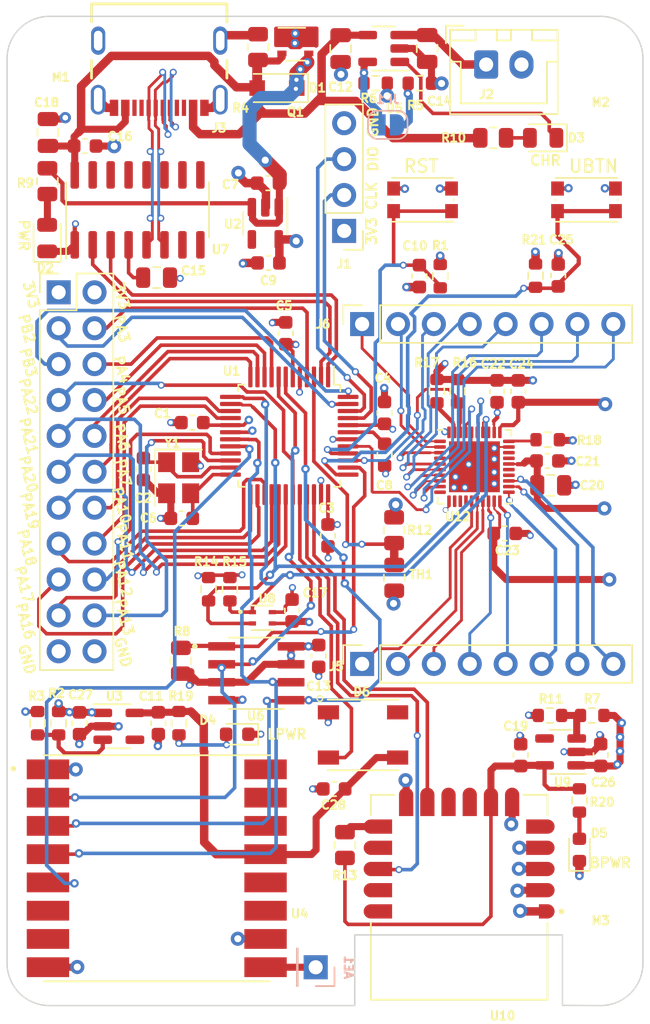
<source format=kicad_pcb>
(kicad_pcb (version 20211014) (generator pcbnew)
  (layers (0 "F.Cu" signal) (1 "In1.Cu" signal) (2 "In2.Cu" signal) (31 "B.Cu" signal) (34 "B.Paste" user) (35 "F.Paste" user) (36 "B.SilkS" user "B.Silkscreen") (37 "F.SilkS" user "F.Silkscreen") (38 "B.Mask" user) (39 "F.Mask" user) (44 "Edge.Cuts" user))
  (net 0 "")
  (net 1 "+3.3V")
  (net 2 "GND")
  (net 3 "XIN")
  (net 4 "XOUT")
  (net 5 "+5V")
  (net 6 "Net-(C8-Pad1)")
  (net 7 "Net-(C10-Pad1)")
  (net 8 "SWCLK")
  (net 9 "SWDIO")
  (net 11 "LORA_EN")
  (net 13 "LORA_MISO")
  (net 14 "LORA_MOSI")
  (net 15 "LORA_SCK")
  (net 16 "LORA_CS")
  (net 17 "LORA_RST")
  (net 18 "LORA_IO0")
  (net 19 "LORA_IO1")
  (net 20 "LORA_IO2")
  (net 21 "LORA_IO3")
  (net 22 "LORA_IO4")
  (net 23 "LORA_IO5")
  (net 24 "VBUS")
  (net 25 "+BATT")
  (net 26 "Net-(C15-Pad1)")
  (net 27 "Net-(D2-Pad2)")
  (net 28 "Net-(D3-Pad1)")
  (net 29 "Net-(D3-Pad2)")
  (net 30 "USB-")
  (net 31 "USB+")
  (net 36 "Net-(JP1-Pad1)")
  (net 37 "Net-(JP1-Pad2)")
  (net 38 "/SCOM1_0_PA0_RX0")
  (net 39 "/SCOM1_1_PA1_TX0")
  (net 49 "BT_EN")
  (net 57 "TEMP_ADC")
  (net 58 "/SCOM0_1_PA8_SCL")
  (net 59 "/SCOM0_0_PA8_SDA")
  (net 60 "Net-(C19-Pad1)")
  (net 61 "Net-(R13-Pad2)")
  (net 71 "Net-(J5-Pad1)")
  (net 72 "Net-(J5-Pad2)")
  (net 73 "Net-(J5-Pad3)")
  (net 74 "Net-(J5-Pad4)")
  (net 75 "Net-(J5-Pad5)")
  (net 76 "Net-(J5-Pad6)")
  (net 77 "Net-(J5-Pad7)")
  (net 78 "Net-(J5-Pad8)")
  (net 79 "Net-(J6-Pad1)")
  (net 80 "Net-(J6-Pad2)")
  (net 81 "Net-(J6-Pad3)")
  (net 82 "Net-(J6-Pad4)")
  (net 83 "Net-(J6-Pad5)")
  (net 84 "Net-(J6-Pad6)")
  (net 85 "Net-(J6-Pad7)")
  (net 86 "Net-(J6-Pad8)")
  (net 87 "PA27_LED_nDOWN")
  (net 88 "Net-(R17-Pad1)")
  (net 89 "Net-(R18-Pad1)")
  (net 90 "PA28_LED_nINT")
  (net 91 "Net-(AE1-Pad1)")
  (net 92 "Net-(D4-Pad2)")
  (net 93 "Net-(D5-Pad2)")
  (net 94 "PB2")
  (net 95 "PA12")
  (net 96 "PB3")
  (net 97 "PA13")
  (net 98 "PA16")
  (net 99 "PA17")
  (net 100 "PA11")
  (net 101 "PA18")
  (net 102 "PA10")
  (net 103 "PA19")
  (net 104 "USER_BTN_PB22")
  (net 105 "PA22")
  (net 106 "PA21")
  (net 107 "PA20")
  (net 108 "/SCOM3_2_PA24_RX")
  (net 109 "/SCOM3_3_PA25_TX")
  (net 110 "PA03")
  (net 111 "PA4")
  (net 112 "PA5")
  (net 113 "PA6")
  (net 114 "FLASH_nCS_PB23")
  (net 115 "PA7")
  (net 116 "+3.3V_LORA")
  (net 118 "LED_PA23")
  (footprint "Capacitor_SMD:C_0805_2012Metric" (layer "F.Cu") (at 110.605 65.285 -90)
    (fp_text reference "C12")
    (fp_text value "10u" hide)
  )
  (footprint "Capacitor_SMD:C_0603_1608Metric" (layer "F.Cu") (at 122.22 99.59)
    (fp_text reference "C23")
    (fp_text value "100n" hide)
  )
  (footprint "Crystal:Crystal_SMD_3225-4Pin_3.2x2.5mm" (layer "F.Cu") (at 99.14 95.65 -90)
    (fp_text reference "Y1")
    (fp_text value "12MHz" hide)
  )
  (footprint "Capacitor_SMD:C_0805_2012Metric" (layer "F.Cu") (at 116.73 65.275 -90)
    (fp_text reference "C14")
    (fp_text value "10u" hide)
  )
  (footprint "Resistor_SMD:R_0805_2012Metric" (layer "F.Cu") (at 114.39 99.3625 -90)
    (fp_text reference "R12")
    (fp_text value "10k" hide)
  )
  (footprint "Diode_SMD:D_SOD-123F" (layer "F.Cu") (at 106.1 68.075 180)
    (fp_text reference "D1")
    (fp_text value "BAT20J" hide)
  )
  (footprint "Package_DFN_QFN:QFN-40-1EP_5x5mm_P0.4mm_EP3.6x3.6mm" (layer "F.Cu") (at 120.075 94.875)
    (fp_text reference "U12")
    (fp_text value "IS31FL3737" hide)
  )
  (footprint "Resistor_SMD:R_0603_1608Metric" (layer "F.Cu") (at 117.655 81.385 -90)
    (fp_text reference "R1")
    (fp_text value "10k" hide)
  )
  (footprint "Button_Switch_SMD:SW_Push_1P1T_NO_CK_KMR2" (layer "F.Cu") (at 116.405 75.985 180)
    (fp_text reference "SW1" hide)
    (fp_text value "RST" hide)
  )
  (footprint "Capacitor_SMD:C_0603_1608Metric" (layer "F.Cu") (at 105.5 80.45 180)
    (fp_text reference "C9")
    (fp_text value "100n" hide)
  )
  (footprint "Package_TO_SOT_SMD:SOT-363_SC-70-6" (layer "F.Cu") (at 107.4 64.975)
    (fp_text reference "Q1")
    (fp_text value "P-MOSFET-MIC94052" hide)
  )
  (footprint "Connector_PinHeader_2.54mm:PinHeader_2x11_P2.54mm_Vertical" (layer "F.Cu") (at 90.65 82.53)
    (fp_text reference "J7" hide)
    (fp_text value "EXPOSED" hide)
  )
  (footprint "1KiCadLib:IC-SENSOR-TEMP-HUM-SHT4X" (layer "F.Cu") (at 105.065 105.56)
    (fp_text reference "U8")
    (fp_text value "IC-SENSOR-TEMP-HUM-SHT4X" hide)
  )
  (footprint "Resistor_SMD:R_0603_1608Metric" (layer "F.Cu") (at 90.65 113.02 -90)
    (fp_text reference "R2")
    (fp_text value "10k" hide)
  )
  (footprint "Capacitor_SMD:C_0603_1608Metric" (layer "F.Cu") (at 109.71 99.735 -90)
    (fp_text reference "C3")
    (fp_text value "100n" hide)
  )
  (footprint "Capacitor_SMD:C_0805_2012Metric" (layer "F.Cu") (at 97.58 81.49)
    (fp_text reference "C15")
    (fp_text value "10u" hide)
  )
  (footprint "Capacitor_SMD:C_0603_1608Metric" (layer "F.Cu") (at 92.125 113.025 -90)
    (fp_text reference "C27")
    (fp_text value "100n" hide)
  )
  (footprint "Resistor_SMD:R_0603_1608Metric" (layer "F.Cu") (at 99.165 113.015 -90)
    (fp_text reference "R19")
    (fp_text value "1k" hide)
  )
  (footprint "Resistor_SMD:R_0603_1608Metric" (layer "F.Cu") (at 102.77 103.54 -90)
    (fp_text reference "R15")
    (fp_text value "10k" hide)
  )
  (footprint "Package_TO_SOT_SMD:SOT-23-5" (layer "F.Cu") (at 105.275 77.65 -90)
    (fp_text reference "U2")
    (fp_text value "TLV70245_SOT23-5" hide)
  )
  (footprint "Resistor_SMD:R_0603_1608Metric" (layer "F.Cu") (at 117.42 89.52 90)
    (fp_text reference "R17")
    (fp_text value "100k" hide)
  )
  (footprint "LED_SMD:LED_0603_1608Metric" (layer "F.Cu") (at 103.2875 113.8 180)
    (fp_text reference "D4")
    (fp_text value "RED" hide)
  )
  (footprint "Resistor_SMD:R_0603_1608Metric" (layer "F.Cu") (at 125.26 92.96)
    (fp_text reference "R18")
    (fp_text value "20k" hide)
  )
  (footprint "Capacitor_SMD:C_0603_1608Metric" (layer "F.Cu") (at 123.35 115.275 90)
    (fp_text reference "C19")
    (fp_text value "100n" hide)
  )
  (footprint "Capacitor_SMD:C_0603_1608Metric" (layer "F.Cu") (at 100.11 91.75 180)
    (fp_text reference "C1")
    (fp_text value "100n" hide)
  )
  (footprint "Capacitor_SMD:C_0603_1608Metric" (layer "F.Cu") (at 96.65 95.03 -90)
    (fp_text reference "C2")
    (fp_text value "12p" hide)
  )
  (footprint "Capacitor_SMD:C_0603_1608Metric" (layer "F.Cu") (at 97.705 113.02 -90)
    (fp_text reference "C11")
    (fp_text value "100n" hide)
  )
  (footprint "Capacitor_SMD:C_0603_1608Metric" (layer "F.Cu") (at 109.055 108.26 -90)
    (fp_text reference "C13")
    (fp_text value "100n" hide)
  )
  (footprint "1KiCadLib:LED-DIGITAL-IN-PI554FCH" (layer "F.Cu") (at 112.19 113.85)
    (fp_text reference "D6")
    (fp_text value "LED-DIGITAL-IN-PI554FCH" hide)
  )
  (footprint "LED_SMD:LED_0603_1608Metric" (layer "F.Cu") (at 127.505 121.985 90)
    (fp_text reference "D5")
    (fp_text value "RED" hide)
  )
  (footprint "Resistor_SMD:R_0805_2012Metric" (layer "F.Cu") (at 121.4 71.6)
    (fp_text reference "R10")
    (fp_text value "10k" hide)
  )
  (footprint "Package_TO_SOT_SMD:SOT-23-5" (layer "F.Cu") (at 94.91 113.24)
    (fp_text reference "U3")
    (fp_text value "TLV70245_SOT23-5" hide)
  )
  (footprint "Capacitor_SMD:C_0603_1608Metric" (layer "F.Cu") (at 113.71 91.06 90)
    (fp_text reference "C4")
    (fp_text value "100n" hide)
  )
  (footprint "Package_SO:SOIC-16_3.9x9.9mm_P1.27mm" (layer "F.Cu") (at 96.235 76.695 90)
    (fp_text reference "U7")
    (fp_text value "CH340C" hide)
  )
  (footprint "Connector_JST:JST_XH_B2B-XH-A_1x02_P2.50mm_Vertical" (layer "F.Cu") (at 120.905 66.41)
    (fp_text reference "J2")
    (fp_text value "BATT" hide)
  )
  (footprint "Capacitor_SMD:C_0603_1608Metric" (layer "F.Cu") (at 110.15 117.67 180)
    (fp_text reference "C28")
    (fp_text value "100n" hide)
  )
  (footprint "MountingHole:MountingHole_2.1mm" (layer "F.Cu") (at 90.005 65.985)
    (fp_text reference "M1")
    (fp_text value "MNT" hide)
  )
  (footprint "1KiCadLib:DA14531MOD-00F01002" (layer "F.Cu") (at 118.9925 125.335 180)
    (fp_text reference "U10")
    (fp_text value "DA14531MOD-00F01002" hide)
  )
  (footprint "Resistor_SMD:R_0805_2012Metric" (layer "F.Cu") (at 110.91 121.64 90)
    (fp_text reference "R13")
    (fp_text value "10k" hide)
  )
  (footprint "Package_TO_SOT_SMD:SOT-23-5" (layer "F.Cu") (at 126.175 115.05 180)
    (fp_text reference "U9")
    (fp_text value "TLV70245_SOT23-5" hide)
  )
  (footprint "Package_QFP:TQFP-48_7x7mm_P0.5mm" (layer "F.Cu") (at 106.97 92.68 -90)
    (fp_text reference "U1")
    (fp_text value "ATSAMD21G17D-A" hide)
  )
  (footprint "Capacitor_SMD:C_0603_1608Metric" (layer "F.Cu") (at 121.675 89.535 90)
    (fp_text reference "C22")
    (fp_text value "100n" hide)
  )
  (footprint "Capacitor_SMD:C_0603_1608Metric" (layer "F.Cu") (at 123.175 89.535 90)
    (fp_text reference "C24")
    (fp_text value "100n" hide)
  )
  (footprint "Resistor_SMD:R_0603_1608Metric" (layer "F.Cu") (at 128.41 112.47 180)
    (fp_text reference "R7")
    (fp_text value "10k" hide)
  )
  (footprint "Capacitor_SMD:C_0603_1608Metric" (layer "F.Cu") (at 129.01 115.27 90)
    (fp_text reference "C26")
    (fp_text value "100n" hide)
  )
  (footprint "Resistor_SMD:R_0603_1608Metric" (layer "F.Cu") (at 89.16 113.02 90)
    (fp_text reference "R3")
    (fp_text value "10k" hide)
  )
  (footprint "Connector_PinSocket_2.54mm:PinSocket_1x08_P2.54mm_Vertical" (layer "F.Cu") (at 112.125 108.825 90)
    (fp_text reference "J5")
    (fp_text value "ROW" hide)
  )
  (footprint "Capacitor_SMD:C_0603_1608Metric" (layer "F.Cu") (at 99.365 98.525 180)
    (fp_text reference "C6")
    (fp_text value "12p" hide)
  )
  (footprint "Package_TO_SOT_SMD:SOT-23-5" (layer "F.Cu") (at 113.655 65.275 180)
    (fp_text reference "U5")
    (fp_text value "MCP73831-2-OT" hide)
  )
  (footprint "Capacitor_SMD:C_0603_1608Metric" (layer "F.Cu") (at 126.005 81.335 90)
    (fp_text reference "C25")
    (fp_text value "100n" hide)
  )
  (footprint "Resistor_SMD:R_0805_2012Metric" (layer "F.Cu") (at 99.3 108.6 90)
    (fp_text reference "R8")
    (fp_text value "10k" hide)
  )
  (footprint "MountingHole:MountingHole_2.1mm" (layer "F.Cu") (at 129.005 65.985)
    (fp_text reference "M2")
    (fp_text value "MNT" hide)
  )
  (footprint "LED_SMD:LED_0805_2012Metric" (layer "F.Cu") (at 124.9375 71.6 180)
    (fp_text reference "D3")
    (fp_text value "YELLOW" hide)
  )
  (footprint "Resistor_SMD:R_0603_1608Metric" (layer "F.Cu") (at 127.505 118.485 -90)
    (fp_text reference "R20")
    (fp_text value "1k" hide)
  )
  (footprint "Capacitor_SMD:C_0603_1608Metric" (layer "F.Cu") (at 106.72 85.43 90)
    (fp_text reference "C5")
    (fp_text value "100n" hide)
  )
  (footprint "Resistor_SMD:R_0603_1608Metric" (layer "F.Cu") (at 124.4 81.35 -90)
    (fp_text reference "R21")
    (fp_text value "10k" hide)
  )
  (footprint "Capacitor_SMD:C_0603_1608Metric" (layer "F.Cu") (at 116.18 81.38 -90)
    (fp_text reference "C10")
    (fp_text value "100n" hide)
  )
  (footprint "Resistor_SMD:R_0805_2012Metric" (layer "F.Cu") (at 114.4 102.7325 -90)
    (fp_text reference "TH1")
    (fp_text value "10K" hide)
  )
  (footprint "Capacitor_SMD:C_0805_2012Metric" (layer "F.Cu") (at 125.47 96.185)
    (fp_text reference "C20")
    (fp_text value "10u" hide)
  )
  (footprint "MountingHole:MountingHole_2.1mm" (layer "F.Cu") (at 129.005 129.985)
    (fp_text reference "M3")
    (fp_text value "MNT" hide)
  )
  (footprint "Resistor_SMD:R_0603_1608Metric" (layer "F.Cu") (at 125.42 112.47 180)
    (fp_text reference "R11")
    (fp_text value "10k" hide)
  )
  (footprint "1KiCadLib:RF_LORA_RFM95W-915S2" (layer "F.Cu") (at 97.5925 123.285)
    (fp_text reference "U4")
    (fp_text value "RF_LORA_RFM95W-915S2" hide)
  )
  (footprint "1KiCadLib:IC-FLASH-16MB-W25Q16JVSNIQ" (layer "F.Cu") (at 104.6425 109.485)
    (fp_text reference "U6")
    (fp_text value "16MB-W25Q16JVSNIQ" hide)
  )
  (footprint "Capacitor_SMD:C_0603_1608Metric" (layer "F.Cu") (at 92.52 72.18)
    (fp_text reference "C16")
    (fp_text value "100n" hide)
  )
  (footprint "Capacitor_SMD:C_0603_1608Metric" (layer "F.Cu") (at 125.245 94.46)
    (fp_text reference "C21")
    (fp_text value "100n" hide)
  )
  (footprint "Capacitor_SMD:C_0805_2012Metric" (layer "F.Cu") (at 89.89 71.22 90)
    (fp_text reference "C18")
    (fp_text value "10u" hide)
  )
  (footprint "Connector_PinSocket_2.54mm:PinSocket_1x08_P2.54mm_Vertical" (layer "F.Cu") (at 112.125 84.775 90)
    (fp_text reference "J6")
    (fp_text value "COL" hide)
  )
  (footprint "Connector_PinHeader_2.54mm:PinHeader_1x04_P2.54mm_Vertical" (layer "F.Cu") (at 110.855 78.185 180)
    (fp_text reference "J1")
    (fp_text value "J-LINK" hide)
  )
  (footprint "Capacitor_SMD:C_0603_1608Metric" (layer "F.Cu") (at 107.17 105.045 90)
    (fp_text reference "C17")
    (fp_text value "100n" hide)
  )
  (footprint "Resistor_SMD:R_0603_1608Metric" (layer "F.Cu") (at 116.21 67.735)
    (fp_text reference "R5")
    (fp_text value "2k" hide)
  )
  (footprint "Resistor_SMD:R_0805_2012Metric" (layer "F.Cu") (at 89.855 74.665 -90)
    (fp_text reference "R9")
    (fp_text value "1k" hide)
  )
  (footprint "1KiCadLib:CON_USB_GCT_USB4105_REVA" (layer "F.Cu") (at 97.7675 64.72 180)
    (fp_text reference "J3")
    (fp_text value "CON_USB_GCT_USB4105_REVA" hide)
  )
  (footprint "Capacitor_SMD:C_0603_1608Metric" (layer "F.Cu") (at 105.475761 74.805 180)
    (fp_text reference "C7")
    (fp_text value "100n" hide)
  )
  (footprint "Resistor_SMD:R_0603_1608Metric" (layer "F.Cu") (at 101.26 103.54 -90)
    (fp_text reference "R14")
    (fp_text value "10k" hide)
  )
  (footprint "Capacitor_SMD:C_0603_1608Metric" (layer "F.Cu") (at 113.72 94.025 -90)
    (fp_text reference "C8")
    (fp_text value "100n" hide)
  )
  (footprint "Resistor_SMD:R_0603_1608Metric" (layer "F.Cu") (at 118.88 89.53 90)
    (fp_text reference "R16")
    (fp_text value "100k" hide)
  )
  (footprint "Resistor_SMD:R_0805_2012Metric" (layer "F.Cu") (at 104.76 65.1775 90)
    (fp_text reference "R4")
    (fp_text value "100k" hide)
  )
  (footprint "Resistor_SMD:R_0603_1608Metric" (layer "F.Cu") (at 113.085 67.735)
    (fp_text reference "R6")
    (fp_text value "2k" hide)
  )
  (footprint "Button_Switch_SMD:SW_Push_1P1T_NO_CK_KMR2" (layer "F.Cu") (at 128.005 75.985 180)
    (fp_text reference "SW2")
    (fp_text value "RST" hide)
  )
  (footprint "LED_SMD:LED_0805_2012Metric" (layer "F.Cu") (at 89.835 78.695 90)
    (fp_text reference "D2")
    (fp_text value "RED" hide)
  )
  (footprint "Jumper:SolderJumper-2_P1.3mm_Open_RoundedPad1.0x1.5mm" (layer "B.Cu") (at 113.94 70.68 180)
    (fp_text reference "JP1")
    (fp_text value "JP" hide)
  )
  (footprint "1KiCadLib:CON_ANTENNA_1PIN" (layer "B.Cu") (at 108.84 130.29 90)
    (fp_text reference "AE1")
    (fp_text value "Antenna" hide)
  )
  (gr_line (start 129 63) (end 90 63) (layer "Edge.Cuts") (width 0.1))
  (gr_line (start 90 133) (end 111.605 133) (layer "Edge.Cuts") (width 0.1))
  (gr_line (start 126.305 128) (end 126.305 132.985) (layer "Edge.Cuts") (width 0.1))
  (gr_line (start 87 66) (end 87 130) (layer "Edge.Cuts") (width 0.1))
  (gr_arc (start 90 133) (mid 87.87868 132.12132) (end 87 130) (layer "Edge.Cuts") (width 0.1))
  (gr_line (start 111.605 133) (end 111.605 128) (layer "Edge.Cuts") (width 0.1))
  (gr_line (start 111.605 128) (end 126.305 128) (layer "Edge.Cuts") (width 0.1))
  (gr_line (start 132 130) (end 132 66) (layer "Edge.Cuts") (width 0.1))
  (gr_line (start 126.305 132.985) (end 129 133) (layer "Edge.Cuts") (width 0.1))
  (gr_arc (start 132 130) (mid 131.12132 132.12132) (end 129 133) (layer "Edge.Cuts") (width 0.1))
  (gr_arc (start 129 63) (mid 131.12132 63.87868) (end 132 66) (layer "Edge.Cuts") (width 0.1))
  (gr_arc (start 87 66) (mid 87.87868 63.87868) (end 90 63) (layer "Edge.Cuts") (width 0.1))
  (gr_text "PA22" (at 88.5 89.9 -75) (layer "F.SilkS") (effects (font (size 0.7 0.7))))
  (gr_text "PA13" (at 95.3 105.5 -75) (layer "F.SilkS") (effects (font (size 0.7 0.7))))
  (gr_text "GND" (at 112.9 70.5 90) (layer "F.SilkS") (effects (font (size 0.7 0.7))))
  (gr_text "PA16" (at 88.3 105.8 -75) (layer "F.SilkS") (effects (font (size 0.7 0.7))))
  (gr_text "PA7" (at 95.2 95.3 -75) (layer "F.SilkS") (effects (font (size 0.7 0.7))))
  (gr_text "PA3" (at 95.1 85.1 -75) (layer "F.SilkS") (effects (font (size 0.7 0.7))))
  (gr_text "PA12" (at 95.2 102.8 -75) (layer "F.SilkS") (effects (font (size 0.7 0.7))))
  (gr_text "PB2" (at 88.4 85.1 -75) (layer "F.SilkS") (effects (font (size 0.7 0.7))))
  (gr_text "3V3" (at 112.8 78.2 90) (layer "F.SilkS") (effects (font (size 0.7 0.7))))
  (gr_text "PA20" (at 88.5 95.4 -75) (layer "F.SilkS") (effects (font (size 0.7 0.7))))
  (gr_text "DIO" (at 112.9 73.1 90) (layer "F.SilkS") (effects (font (size 0.7 0.7))))
  (gr_text "LPWR" (at 106.8 113.8) (layer "F.SilkS") (effects (font (size 0.7 0.7))))
  (gr_text "CHR" (at 125.1 73.2) (layer "F.SilkS") (effects (font (size 0.7 0.7))))
  (gr_text "PA21" (at 88.5 92.7 -75) (layer "F.SilkS") (effects (font (size 0.7 0.7))))
  (gr_text "PA17" (at 88.2 103.2 -75) (layer "F.SilkS") (effects (font (size 0.7 0.7))))
  (gr_text "PA10" (at 95.1 97.6 -75) (layer "F.SilkS") (effects (font (size 0.7 0.7))))
  (gr_text "BPWR" (at 129.7 122.9) (layer "F.SilkS") (effects (font (size 0.7 0.7))))
  (gr_text "PWR" (at 88.2 78.5 270) (layer "F.SilkS") (effects (font (size 0.7 0.7))))
  (gr_text "GND" (at 95.2 108 -75) (layer "F.SilkS") (effects (font (size 0.7 0.7))))
  (gr_text "PA4" (at 95.1 88 -75) (layer "F.SilkS") (effects (font (size 0.7 0.7))))
  (gr_text "PA11" (at 95.3 100.2 -75) (layer "F.SilkS") (effects (font (size 0.7 0.7))))
  (gr_text "3V3" (at 95.1 82.8 -75) (layer "F.SilkS") (effects (font (size 0.7 0.7))))
  (gr_text "PA5" (at 95.1 90.2 -75) (layer "F.SilkS") (effects (font (size 0.7 0.7))))
  (gr_text "3V3" (at 88.7 82.7 -75) (layer "F.SilkS") (effects (font (size 0.7 0.7))))
  (gr_text "GND" (at 88.4 108.5 -75) (layer "F.SilkS") (effects (font (size 0.7 0.7))))
  (gr_text "PA6" (at 95.1 92.8 -75) (layer "F.SilkS") (effects (font (size 0.7 0.7))))
  (gr_text "PA18" (at 88.4 100.6 -75) (layer "F.SilkS") (effects (font (size 0.7 0.7))))
  (gr_text "RST" (at 116.3 73.6) (layer "F.SilkS") (effects (font (size 0.9 0.9))))
  (gr_text "PB3" (at 88.5 87.5 -75) (layer "F.SilkS") (effects (font (size 0.7 0.7))))
  (gr_text "PA19" (at 88.6 98 -75) (layer "F.SilkS") (effects (font (size 0.7 0.7))))
  (gr_text "UBTN" (at 128.5 73.6) (layer "F.SilkS") (effects (font (size 0.9 0.9))))
  (gr_text "CLK" (at 112.8 75.7 90) (layer "F.SilkS") (effects (font (size 0.7 0.7))))
  (segment (start 108.33 107.58) (end 108.96 107.58) (width 0.5) (layer "F.Cu") (net 1))
  (segment (start 103.74 91.93) (end 104.11 91.56) (width 0.254) (layer "F.Cu") (net 1))
  (segment (start 100.005 109.615) (end 100.005 109.3725) (width 0.5) (layer "F.Cu") (net 1))
  (segment (start 105.765 105.96) (end 107.03 105.96) (width 0.254) (layer "F.Cu") (net 1))
  (segment (start 103.97 110.12) (end 105.24 108.85) (width 0.5) (layer "F.Cu") (net 1))
  (segment (start 109.71 98.96) (end 110.37 98.96) (width 0.254) (layer "F.Cu") (net 1))
  (segment (start 108.96 107.58) (end 109.055 107.485) (width 0.5) (layer "F.Cu") (net 1))
  (segment (start 113.615 91.93) (end 113.71 91.835) (width 0.254) (layer "F.Cu") (net 1))
  (segment (start 102.1875 110.12) (end 103.97 110.12) (width 0.5) (layer "F.Cu") (net 1))
  (segment (start 124.4 80.525) (end 124.4 79.68) (width 0.6) (layer "F.Cu") (net 1))
  (segment (start 100.005 109.3725) (end 100.005 110.235) (width 0.5) (layer "F.Cu") (net 1))
  (segment (start 102.77 102.535) (end 103.61 102.535) (width 0.254) (layer "F.Cu") (net 1))
  (segment (start 113.905 91.835) (end 114.29 92.22) (width 0.254) (layer "F.Cu") (net 1))
  (segment (start 106.27 80.4) (end 106.32 80.45) (width 0.6) (layer "F.Cu") (net 1))
  (segment (start 111.1325 91.93) (end 113.615 91.93) (width 0.254) (layer "F.Cu") (net 1))
  (segment (start 102.76 102.545) (end 102.77 102.535) (width 0.254) (layer "F.Cu") (net 1))
  (segment (start 107.0975 108.2325) (end 107.0975 107.58) (width 0.5) (layer "F.Cu") (net 1))
  (segment (start 105.24 108.85) (end 107.0975 108.85) (width 0.5) (layer "F.Cu") (net 1))
  (segment (start 100.55 102.545) (end 100.505 102.59) (width 0.254) (layer "F.Cu") (net 1))
  (segment (start 106.27 78.7875) (end 107.3475 78.7875) (width 0.6) (layer "F.Cu") (net 1))
  (segment (start 107.22 88.5175) (end 107.22 86.705) (width 0.254) (layer "F.Cu") (net 1))
  (segment (start 107.0975 108.85) (end 107.0975 108.2325) (width 0.5) (layer "F.Cu") (net 1))
  (segment (start 102.1875 110.12) (end 100.51 110.12) (width 0.5) (layer "F.Cu") (net 1))
  (segment (start 121.69 91.39) (end 121.45 91.63) (width 0.3) (layer "F.Cu") (net 1))
  (segment (start 107.0975 107.58) (end 108.33 107.58) (width 0.5) (layer "F.Cu") (net 1))
  (segment (start 108.33 105.82) (end 108.37 105.86) (width 0.5) (layer "F.Cu") (net 1))
  (segment (start 121.675 90.31) (end 121.69 90.325) (width 0.2) (layer "F.Cu") (net 1))
  (segment (start 117.655 79.945) (end 117.65 79.94) (width 0.6) (layer "F.Cu") (net 1))
  (segment (start 100.805 91.93) (end 102.8075 91.93) (width 0.254) (layer "F.Cu") (net 1))
  (segment (start 121.45 91.63) (end 121.45 91.887348) (width 0.2) (layer "F.Cu") (net 1))
  (segment (start 100.005 110.235) (end 99.9 110.34) (width 0.5) (layer "F.Cu") (net 1))
  (segment (start 101.22 102.545) (end 102.76 102.545) (width 0.254) (layer "F.Cu") (net 1))
  (segment (start 106.27 78.7875) (end 106.27 80.4) (width 0.6) (layer "F.Cu") (net 1))
  (segment (start 107.22 86.705) (end 106.72 86.205) (width 0.254) (layer "F.Cu") (net 1))
  (segment (start 121.475 92.4375) (end 121.475 91.963966) (width 0.127) (layer "F.Cu") (net 1))
  (segment (start 100.51 110.12) (end 100.005 109.615) (width 0.5) (layer "F.Cu") (net 1))
  (segment (start 102.8075 91.93) (end 103.74 91.93) (width 0.254) (layer "F.Cu") (net 1))
  (segment (start 101.22 102.545) (end 100.55 102.545) (width 0.254) (layer "F.Cu") (net 1))
  (segment (start 114.39 97.66) (end 114.5 97.55) (width 0.6) (layer "F.Cu") (net 1))
  (segment (start 109.71 96.8525) (end 109.72 96.8425) (width 0.254) (layer "F.Cu") (net 1))
  (segment (start 121.69 90.325) (end 121.69 91.04) (width 0.3) (layer "F.Cu") (net 1))
  (segment (start 114.39 98.45) (end 114.39 97.66) (width 0.6) (layer "F.Cu") (net 1))
  (segment (start 121.44 91.69) (end 121.475 91.655) (width 0.127) (layer "F.Cu") (net 1))
  (segment (start 107.17 105.82) (end 108.33 105.82) (width 0.5) (layer "F.Cu") (net 1))
  (segment (start 113.71 91.835) (end 113.905 91.835) (width 0.254) (layer "F.Cu") (net 1))
  (segment (start 109.71 98.96) (end 109.71 96.8525) (width 0.254) (layer "F.Cu") (net 1))
  (segment (start 103.61 102.535) (end 103.625 102.52) (width 0.254) (layer "F.Cu") (net 1))
  (segment (start 117.655 80.56) (end 117.655 79.945) (width 0.6) (layer "F.Cu") (net 1))
  (segment (start 107.3475 78.7875) (end 107.46 78.9) (width 0.6) (layer "F.Cu") (net 1))
  (segment (start 121.69 91.04) (end 121.69 91.39) (width 0.3) (layer "F.Cu") (net 1))
  (segment (start 124.4 79.68) (end 124.38 79.66) (width 0.6) (layer "F.Cu") (net 1))
  (segment (start 121.44 91.928966) (end 121.44 91.69) (width 0.127) (layer "F.Cu") (net 1))
  (segment (start 107.03 105.96) (end 107.17 105.82) (width 0.254) (layer "F.Cu") (net 1))
  (segment (start 121.475 91.963966) (end 121.44 91.928966) (width 0.127) (layer "F.Cu") (net 1))
  (segment (start 106.72 86.205) (end 107.415 86.205) (width 0.5) (layer "F.Cu") (net 1))
  (segment (start 107.415 86.205) (end 107.44 86.23) (width 0.5) (layer "F.Cu") (net 1))
  (via (at 99.9 110.34) (size 0.5) (drill 0.3) (layers "F.Cu" "B.Cu") (net 1))
  (via (at 107.46 78.9) (size 1) (drill 0.5) (layers "F.Cu" "B.Cu") (net 1))
  (via (at 100.505 102.59) (size 0.5) (drill 0.3) (layers "F.Cu" "B.Cu") (net 1))
  (via (at 110.37 98.96) (size 0.5) (drill 0.3) (layers "F.Cu" "B.Cu") (net 1))
  (via (at 103.625 102.52) (size 0.5) (drill 0.3) (layers "F.Cu" "B.Cu") (net 1))
  (via (at 124.38 79.66) (size 0.6) (drill 0.3) (layers "F.Cu" "B.Cu") (net 1))
  (via (at 114.29 92.22) (size 0.5) (drill 0.3) (layers "F.Cu" "B.Cu") (net 1))
  (via (at 107.0975 108.2325) (size 0.6) (drill 0.3) (layers "F.Cu" "B.Cu") (net 1))
  (via (at 108.33 107.58) (size 0.6) (drill 0.3) (layers "F.Cu" "B.Cu") (net 1))
  (via (at 108.37 105.86) (size 0.6) (drill 0.3) (layers "F.Cu" "B.Cu") (net 1))
  (via (at 114.5 97.55) (size 1) (drill 0.5) (layers "F.Cu" "B.Cu") (net 1))
  (via (at 104.11 91.56) (size 0.6) (drill 0.3) (layers "F.Cu" "B.Cu") (net 1))
  (via (at 107.44 86.23) (size 0.5) (drill 0.3) (layers "F.Cu" "B.Cu") (net 1))
  (via (at 121.69 91.04) (size 0.5) (drill 0.3) (layers "F.Cu" "B.Cu") (net 1))
  (via (at 117.65 79.94) (size 0.6) (drill 0.3) (layers "F.Cu" "B.Cu") (net 1))
  (segment (start 127.3125 115.05) (end 126.42 115.05) (width 0.254) (layer "F.Cu") (net 2))
  (segment (start 94.0225 69.475) (end 93.4475 68.9) (width 0.6) (layer "F.Cu") (net 2))
  (segment (start 103.73 80.45) (end 103.69 80.49) (width 0.6) (layer "F.Cu") (net 2))
  (segment (start 93.7725 113.24) (end 94.89 113.24) (width 0.5) (layer "F.Cu") (net 2))
  (segment (start 126.42 96.185) (end 127.195 96.185) (width 0.5) (layer "F.Cu") (net 2))
  (segment (start 119.875 92.4375) (end 119.875 94.675) (width 0.127) (layer "F.Cu") (net 2))
  (segment (start 127.505 123.815) (end 127.5 123.82) (width 0.6) (layer "F.Cu") (net 2))
  (segment (start 118.455 75.185) (end 117.635 75.185) (width 0.3) (layer "F.Cu") (net 2))
  (segment (start 89.8925 130.285) (end 91.955 130.285) (width 0.5) (layer "F.Cu") (net 2))
  (segment (start 123.25 121.83) (end 123.255 121.835) (width 0.5) (layer "F.Cu") (net 2))
  (segment (start 110.605 67.085) (end 110.63 67.11) (width 0.5) (layer "F.Cu") (net 2))
  (segment (start 104.745761 74.805) (end 103.905 74.805) (width 0.6) (layer "F.Cu") (net 2))
  (segment (start 103.905 74.805) (end 103.37 74.27) (width 0.6) (layer "F.Cu") (net 2))
  (segment (start 123.93 112.47) (end 123.9 112.44) (width 0.5) (layer "F.Cu") (net 2))
  (segment (start 123.255 121.835) (end 124.7425 121.835) (width 0.5) (layer "F.Cu") (net 2))
  (segment (start 109.71 101.32) (end 109.72 101.33) (width 0.254) (layer "F.Cu") (net 2))
  (segment (start 109.055 109.705) (end 109.06 109.71) (width 0.5) (layer "F.Cu") (net 2))
  (segment (start 123.872889 99.59) (end 124.0235 99.740611) (width 0.5) (layer "F.Cu") (net 2))
  (segment (start 99.2 81.49) (end 99.25 81.54) (width 0.254) (layer "F.Cu") (net 2))
  (segment (start 104.3565 92.320552) (end 104.247052 92.43) (width 0.254) (layer "F.Cu") (net 2))
  (segment (start 129.31 75.17) (end 129.325 75.185) (width 0.2) (layer "F.Cu") (net 2))
  (segment (start 126.42 115.05) (end 126.41 115.04) (width 0.254) (layer "F.Cu") (net 2))
  (segment (start 99.335 91.75) (end 98.59 91.75) (width 0.5) (layer "F.Cu") (net 2))
  (segment (start 91.855 116.285) (end 91.86 116.29) (width 0.5) (layer "F.Cu") (net 2))
  (segment (start 97.865 98.525) (end 97.86 98.52) (width 0.5) (layer "F.Cu") (net 2))
  (segment (start 126.07 93.01) (end 127.03 93.01) (width 0.5) (layer "F.Cu") (net 2))
  (segment (start 103.37 74.27) (end 103.37 74.08) (width 0.6) (layer "F.Cu") (net 2))
  (segment (start 102.1875 111.39) (end 103.62 111.39) (width 0.5) (layer "F.Cu") (net 2))
  (segment (start 118.0175 92.4375) (end 117.98 92.4) (width 0.127) (layer "F.Cu") (net 2))
  (segment (start 115.2425 117.0925) (end 115.2 117.05) (width 0.5) (layer "F.Cu") (net 2))
  (segment (start 117.035 67.735) (end 117.035 66.53) (width 0.5) (layer "F.Cu") (net 2))
  (segment (start 126.705 75.185) (end 125.955 75.185) (width 0.3) (layer "F.Cu") (net 2))
  (segment (start 116.205 82.16) (end 115.26 82.16) (width 0.6) (layer "F.Cu") (net 2))
  (segment (start 91.955 130.285) (end 91.97 130.27) (width 0.5) (layer "F.Cu") (net 2))
  (segment (start 123.175 88.76) (end 124.21 88.76) (width 0.5) (layer "F.Cu") (net 2))
  (segment (start 117.035 66.53) (end 116.73 66.225) (width 0.5) (layer "F.Cu") (net 2))
  (segment (start 114.4 104.5) (end 114.35 104.55) (width 0.6) (layer "F.Cu") (net 2))
  (segment (start 129.01 114.495) (end 129.01 113.89) (width 0.5) (layer "F.Cu") (net 2))
  (segment (start 115.78 65.275) (end 114.7925 65.275) (width 0.5) (layer "F.Cu") (net 2))
  (segment (start 114.4 103.645) (end 114.4 104.5) (width 0.6) (layer "F.Cu") (net 2))
  (segment (start 98.29 96.75) (end 97.665 96.75) (width 0.5) (layer "F.Cu") (net 2))
  (segment (start 113.71 90.285) (end 113.71 89.32) (width 0.5) (layer "F.Cu") (net 2))
  (segment (start 117.6375 94.275) (end 119.475 94.275) (width 0.127) (layer "F.Cu") (net 2))
  (segment (start 107.72 89.58) (end 107.72 88.5175) (width 0.254) (layer "F.Cu") (net 2))
  (segment (start 107.17 103.445) (end 107.195 103.42) (width 0.254) (layer "F.Cu") (net 2))
  (segment (start 123.35 114.5) (end 123.35 113.93) (width 0.5) (layer "F.Cu") (net 2))
  (segment (start 126.02 94.46) (end 126.93 94.46) (width 0.5) (layer "F.Cu") (net 2))
  (segment (start 119.67 94.7) (end 119.845 94.875) (width 0.127) (layer "F.Cu") (net 2))
  (segment (start 127.505 122.7725) (end 127.505 123.815) (width 0.6) (layer "F.Cu") (net 2))
  (segment (start 98.59 97.05) (end 98.29 96.75) (width 0.5) (layer "F.Cu") (net 2))
  (segment (start 92.125 113.8) (end 92.37 113.8) (width 0.5) (layer "F.Cu") (net 2))
  (segment (start 98.53 81.49) (end 99.2 81.49) (width 0.254) (layer "F.Cu") (net 2))
  (segment (start 119.475 94.275) (end 120.075 94.875) (width 0.127) (layer "F.Cu") (net 2))
  (segment (start 114.355 75.185) (end 115.135 75.185) (width 0.3) (layer "F.Cu") (net 2))
  (segment (start 89.8925 116.285) (end 91.855 116.285) (width 0.5) (layer "F.Cu") (net 2))
  (segment (start 107.17 104.27) (end 107.17 103.445) (width 0.254) (layer "F.Cu") (net 2))
  (segment (start 118.275 97.685) (end 118.03 97.93) (width 0.127) (layer "F.Cu") (net 2))
  (segment (start 93.295 72.18) (end 94.57 72.18) (width 0.5) (layer "F.Cu") (net 2))
  (segment (start 113.91 67.735) (end 113.91 68.6) (width 0.5) (layer "F.Cu") (net 2))
  (segment (start 109.74 112.25) (end 109.74 112.96) (width 0.5) (layer "F.Cu") (net 2))
  (segment (start 92.94 113.23) (end 93.7625 113.23) (width 0.5) (layer "F.Cu") (net 2))
  (segment (start 123.35 113.93) (end 123.29 113.87) (width 0.5) (layer "F.Cu") (net 2))
  (segment (start 129.01 113.89) (end 128.94 113.82) (width 0.5) (layer "F.Cu") (net 2))
  (segment (start 106.691354 105.043) (end 106.691354 104.748646) (width 0.254) (layer "F.Cu") (net 2))
  (segment (start 115.2425 118.585) (end 115.2425 117.0925) (width 0.5) (layer "F.Cu") (net 2))
  (segment (start 118.935 88.76) (end 118.88 88.705) (width 0.5) (layer "F.Cu") (net 2))
  (segment (start 97.705 113.795) (end 97.705 114.595) (width 0.5) (layer "F.Cu") (net 2))
  (segment (start 122.5125 93.475) (end 121.562 93.475) (width 0.127) (layer "F.Cu") (net 2))
  (segment (start 91.79 79.17) (end 91.79 77.73) (width 0.3) (layer "F.Cu") (net 2))
  (segment (start 123.175 88.76) (end 121.675 88.76) (width 0.5) (layer "F.Cu") (net 2))
  (segment (start 109.22 95.85) (end 109.21 95.84) (width 0.254) (layer "F.Cu") (net 2))
  (segment (start 100.42 94.55) (end 100.687352 94.817352) (width 0.5) (layer "F.Cu") (net 2))
  (segment (start 118.275 92.4375) (end 118.0175 92.4375) (width 0.127) (layer "F.Cu") (net 2))
  (segment (start 92.125 113.8) (end 92.125 114.475) (width 0.5) (layer "F.Cu") (net 2))
  (segment (start 124.7425 126.335) (end 123.345 126.335) (width 0.6) (layer "F.Cu") (net 2))
  (segment (start 128.455 115.05) (end 127.3125 115.05) (width 0.5) (layer "F.Cu") (net 2))
  (segment (start 126.005 80.56) (end 126.005 79.775) (width 0.6) (layer "F.Cu") (net 2))
  (segment (start 117.635 75.185) (end 117.63 75.19) (width 0.3) (layer "F.Cu") (net 2))
  (segment (start 113.72 94.8) (end 113.72 95.3) (width 0.254) (layer "F.Cu") (net 2))
  (segment (start 98.59 91.75) (end 98.58 91.74) (width 0.5) (layer "F.Cu") (net 2))
  (segment (start 103.345 128.285) (end 103.33 128.27) (width 0.5) (layer "F.Cu") (net 2))
  (segment (start 105.32 75.379239) (end 104.745761 74.805) (width 0.6) (layer "F.Cu") (net 2))
  (segment (start 104.77 80.45) (end 103.73 80.45) (width 0.6) (layer "F.Cu") (net 2))
  (segment (start 121.562 93.475) (end 121.477 93.56) (width 0.127) (layer "F.Cu") (net 2))
  (segment (start 89.89 70.27) (end 91.02 70.27) (width 0.5) (layer "F.Cu") (net 2))
  (segment (start 113.91 68.6) (end 113.89 68.62) (width 0.5) (layer "F.Cu") (net 2))
  (segment (start 117.42 88.13) (end 117.99 87.56) (width 0.5) (layer "F.Cu") (net 2))
  (segment (start 91.3275 79.6325) (end 91.79 79.17) (width 0.5) (layer "F.Cu") (net 2))
  (segment (start 94.57 72.18) (end 94.58 72.19) (width 0.5) (layer "F.Cu") (net 2))
  (segment (start 105.32 76.5125) (end 105.32 75.379239) (width 0.6) (layer "F.Cu") (net 2))
  (segment (start 100.9675 69.475) (end 101.5125 69.475) (width 0.6) (layer "F.Cu") (net 2))
  (segment (start 109.055 109.035) (end 109.055 109.705) (width 0.5) (layer "F.Cu") (net 2))
  (segment (start 121.675 88.76) (end 118.935 88.76) (width 0.5) (layer "F.Cu") (net 2))
  (segment (start 113.71 89.32) (end 113.69 89.3) (width 0.5) (layer "F.Cu") (net 2))
  (segment (start 107.7 89.6) (end 107.72 89.58) (width 0.254) (layer "F.Cu") (net 2))
  (segment (start 104.075 113.8) (end 104.95 113.8) (width 0.5) (layer "F.Cu") (net 2))
  (segment (start 119.845 94.875) (end 120.075 94.875) (width 0.127) (layer "F.Cu") (net 2))
  (segment (start 110.06 92.93) (end 111.1325 92.93) (width 0.254) (layer "F.Cu") (net 2))
  (segment (start 88.3 112.2) (end 89.155 112.2) (width 0.3) (layer "F.Cu") (net 2))
  (segment (start 126.73 75.16) (end 126.705 75.185) (width 0.3) (layer "F.Cu") (net 2))
  (segment (start 97.705 114.595) (end 97.67 114.63) (width 0.5) (layer "F.Cu") (net 2))
  (segment (start 106.72 84.655) (end 105.805 84.655) (width 0.5) (layer "F.Cu") (net 2))
  (segment (start 109.22 96.8425) (end 109.22 95.85) (width 0.254) (layer "F.Cu") (net 2))
  (segment (start 105.765 105.16) (end 106.574354 105.16) (width 0.254) (layer "F.Cu") (net 2))
  (segment (start 122.995 99.59) (end 123.872889 99.59) (width 0.5) (layer "F.Cu") (net 2))
  (segment (start 117.035 67.735) (end 117.735 67.735) (width 0.5) (layer "F.Cu") (net 2))
  (segment (start 94.5675 69.475) (end 94.0225 69.475) (width 0.6) (layer "F.Cu") (net 2))
  (segment (start 102.47 64.3375) (end 102.0875 64.72) (width 0.6) (layer "F.Cu") (net 2))
  (segment (start 117.42 88.695) (end 117.42 88.13) (width 0.5) (layer "F.Cu") (net 2))
  (segment (start 105.2925 128.285) (end 103.345 128.285) (width 0.5) (layer "F.Cu") (net 2))
  (segment (start 127.195 96.185) (end 127.23 96.15) (width 0.5) (layer "F.Cu") (net 2))
  (segment (start 109.375 117.67) (end 108.62 117.67) (width 0.5) (layer "F.Cu") (net 2))
  (segment (start 92.125 114.475) (end 92.11 114.49) (width 0.5) (layer "F.Cu") (net 2))
  (segment (start 106.691354 104.748646) (end 107.17 104.27) (width 0.254) (layer "F.Cu") (net 2))
  (segment (start 122.7425 120.0975) (end 122.7425 118.585) (width 0.5) (layer "F.Cu") (net 2))
  (segment (start 110.605 66.235) (end 110.605 67.085) (width 0.5) (layer "F.Cu") (net 2))
  (segment (start 118.275 97.3125) (end 118.275 97.685) (width 0.127) (layer "F.Cu") (net 2))
  (segment (start 91.79 77.73) (end 91.84 77.68) (width 0.3) (layer "F.Cu") (net 2))
  (segment (start 89.835 79.6325) (end 91.3275 79.6325) (width 0.5) (layer "F.Cu") (net 2))
  (segment (start 124.595 112.47) (end 123.93 112.47) (width 0.5) (layer "F.Cu") (net 2))
  (segment (start 91.02 70.27) (end 91.12 70.17) (width 0.5) (layer "F.Cu") (net 2))
  (segment (start 119.875 94.675) (end 120.075 94.875) (width 0.127) (layer "F.Cu") (net 2))
  (segment (start 105.805 84.655) (end 105.77 84.69) (width 0.5) (layer "F.Cu") (net 2))
  (segment (start 129.01 114.495) (end 128.455 115.05) (width 0.5) (layer "F.Cu") (net 2))
  (segment (start 89.155 112.2) (end 89.16 112.195) (width 0.3) (layer "F.Cu") (net 2))
  (segment (start 109.71 100.51) (end 109.71 101.32) (width 0.254) (layer "F.Cu") (net 2))
  (segment (start 97.665 96.75) (end 96.74 95.825) (width 0.5) (layer "F.Cu") (net 2))
  (segment (start 117.42 88.695) (end 118.87 88.695) (width 0.5) (layer "F.Cu") (net 2))
  (segment (start 103.62 111.39) (end 103.65 111.36) (width 0.5) (layer "F.Cu") (net 2))
  (segment (start 123.12 124.87) (end 123.155 124.835) (width 0.5) (layer "F.Cu") (net 2))
  (segment (start 123.155 124.835) (end 124.7425 124.835) (width 0.5) (layer "F.Cu") (net 2))
  (segment (start 117.735 67.735) (end 117.75 67.75) (width 0.5) (layer "F.Cu") (net 2))
  (segment (start 123.345 126.335) (end 123.31 126.3) (width 0.6) (layer "F.Cu") (net 2))
  (segment (start 116.73 66.225) (end 115.78 65.275) (width 0.5) (layer "F.Cu") (net 2))
  (segment (start 122.68 120.16) (end 122.7425 120.0975) (width 0.5) (layer "F.Cu") (net 2))
  (segment (start 109.74 112.96) (end 109.72 112.98) (width 0.5) (layer "F.Cu") (net 2))
  (segment (start 118.87 88.695) (end 118.88 88.705) (width 0.5) (layer "F.Cu") (net 2))
  (segment (start 129.325 75.185) (end 130.055 75.185) (width 0.2) (layer "F.Cu") (net 2))
  (segment (start 123.22 123.32) (end 123.235 123.335) (width 0.5) (layer "F.Cu") (net 2))
  (segment (start 99.99 94.55) (end 100.42 94.55) (width 0.5) (layer "F.Cu") (net 2))
  (segment (start 98.59 98.525) (end 97.865 98.525) (width 0.5) (layer "F.Cu") (net 2))
  (segment (start 104.247052 92.43) (end 102.8075 92.43) (width 0.254) (layer "F.Cu") (net 2))
  (segment (start 115.135 75.185) (end 115.15 75.2) (width 0.3) (layer "F.Cu") (net 2))
  (segment (start 126.93 94.46) (end 126.94 94.45) (width 0.5) (layer "F.Cu") (net 2))
  (segment (start 113.72 95.3) (end 113.79 95.37) (width 0.254) (layer "F.Cu") (net 2))
  (segment (start 106.574354 105.16) (end 106.691354 105.043) (width 0.254) (layer "F.Cu") (net 2))
  (segment (start 92.37 113.8) (end 92.94 113.23) (width 0.5) (layer "F.Cu") (net 2))
  (segment (start 126.005 79.775) (end 126.03 79.75) (width 0.6) (layer "F.Cu") (net 2))
  (segment (start 104.85 64.3375) (end 102.47 64.3375) (width 0.6) (layer "F.Cu") (net 2))
  (segment (start 123.235 123.335) (end 124.7425 123.335) (width 0.5) (layer "F.Cu") (net 2))
  (segment (start 93.7625 113.23) (end 93.7725 113.24) (width 0.5) (layer "F.Cu") (net 2))
  (segment (start 104.95 113.8) (end 104.96 113.79) (width 0.5) (layer "F.Cu") (net 2))
  (segment (start 101.5125 69.475) (end 102.0875 68.9) (width 0.6) (layer "F.Cu") (net 2))
  (segment (start 98.59 98.525) (end 98.59 97.05) (width 0.5) (layer "F.Cu") (net 2))
  (via (at 118.73 95.59) (size 0.5) (drill 0.3) (layers "F.Cu" "B.Cu") (net 2))
  (via (at 113.69 89.3) (size 0.6) (drill 0.3) (layers "F.Cu" "B.Cu") (net 2))
  (via (at 104.96 113.79) (size 0.5) (drill 0.3) (layers "F.Cu" "B.Cu") (net 2))
  (via (at 103.33 128.27) (size 1) (drill 0.5) (layers "F.Cu" "B.Cu") (net 2))
  (via (at 128.94 113.82) (size 0.5) (drill 0.3) (layers "F.Cu" "B.Cu") (net 2))
  (via (at 91.12 70.17) (size 0.8) (drill 0.4) (layers "F.Cu" "B.Cu") (net 2))
  (via (at 105.77 84.69) (size 0.5) (drill 0.3) (layers "F.Cu" "B.Cu") (net 2))
  (via (at 103.69 80.49) (size 0.6) (drill 0.3) (layers "F.Cu" "B.Cu") (net 2))
  (via (at 94.89 113.24) (size 0.6) (drill 0.3) (layers "F.Cu" "B.Cu") (net 2))
  (via (at 103.65 111.36) (size 0.6) (drill 0.3) (layers "F.Cu" "B.Cu") (net 2))
  (via (at 109.21 95.84) (size 0.5) (drill 0.3) (layers "F.Cu" "B.Cu") (net 2))
  (via (at 91.84 77.68) (size 0.5) (drill 0.3) (layers "F.Cu" "B.Cu") (net 2))
  (via (at 119.67 94.7) (size 0.5) (drill 0.3) (layers "F.Cu" "B.Cu") (net 2))
  (via (at 127.5 123.82) (size 0.6) (drill 0.3) (layers "F.Cu" "B.Cu") (net 2))
  (via (at 123.25 121.83) (size 1) (drill 0.5) (layers "F.Cu" "B.Cu") (net 2))
  (via (at 92.11 114.49) (size 0.6) (drill 0.3) (layers "F.Cu" "B.Cu") (net 2))
  (via (at 127.03 93.01) (size 0.6) (drill 0.3) (layers "F.Cu" "B.Cu") (net 2))
  (via (at 104.3565 92.320552) (size 0.6) (drill 0.3) (layers "F.Cu" "B.Cu") (net 2))
  (via (at 123.9 112.44) (size 0.5) (drill 0.3) (layers "F.Cu" "B.Cu") (net 2))
  (via (at 109.06 109.71) (size 0.5) (drill 0.3) (layers "F.Cu" "B.Cu") (net 2))
  (via (at 117.98 92.4) (size 0.5) (drill 0.3) (layers "F.Cu" "B.Cu") (net 2))
  (via (at 123.31 126.3) (size 1) (drill 0.5) (layers "F.Cu" "B.Cu") (net 2))
  (via (at 91.97 130.27) (size 1) (drill 0.5) (layers "F.Cu" "B.Cu") (net 2))
  (via (at 127.23 96.15) (size 0.6) (drill 0.3) (layers "F.Cu" "B.Cu") (net 2))
  (via (at 107.195 103.42) (size 0.5) (drill 0.3) (layers "F.Cu" "B.Cu") (net 2))
  (via (at 126.94 94.45) (size 0.6) (drill 0.3) (layers "F.Cu" "B.Cu") (net 2))
  (via (at 110.06 92.93) (size 0.5) (drill 0.3) (layers "F.Cu" "B.Cu") (net 2))
  (via (at 117.63 75.19) (size 0.6) (drill 0.3) (layers "F.Cu" "B.Cu") (net 2))
  (via (at 121.477 94.33) (size 0.5) (drill 0.3) (layers "F.Cu" "B.Cu") (net 2))
  (via (at 109.72 101.33) (size 0.5) (drill 0.3) (layers "F.Cu" "B.Cu") (net 2))
  (via (at 94.58 72.19) (size 1) (drill 0.5) (layers "F.Cu" "B.Cu") (net 2))
  (via (at 113.79 95.37) (size 0.5) (drill 0.3) (layers "F.Cu" "B.Cu") (net 2))
  (via (at 121.477 93.56) (size 0.5) (drill 0.3) (layers "F.Cu" "B.Cu") (net 2))
  (via (at 100.687352 94.817352) (size 0.5) (drill 0.3) (layers "F.Cu" "B.Cu") (net 2))
  (via (at 124.21 88.76) (size 0.6) (drill 0.3) (layers "F.Cu" "B.Cu") (net 2))
  (via (at 110.63 67.11) (size 1) (drill 0.5) (layers "F.Cu" "B.Cu") (net 2))
  (via (at 103.37 74.08) (size 1) (drill 0.5) (layers "F.Cu" "B.Cu") (net 2))
  (via (at 97.86 98.52) (size 0.5) (drill 0.3) (layers "F.Cu" "B.Cu") (net 2))
  (via (at 126.73 75.16) (size 0.6) (drill 0.3) (layers "F.Cu" "B.Cu") (net 2))
  (via (at 117.75 67.75) (size 1) (drill 0.5) (layers "F.Cu" "B.Cu") (net 2))
  (via (at 91.86 116.29) (size 1) (drill 0.5) (layers "F.Cu" "B.Cu") (net 2))
  (via (at 113.89 68.62) (size 1) (drill 0.5) (layers "F.Cu" "B.Cu") (net 2))
  (via (at 118.63 96.34) (size 0.5) (drill 0.3) (layers "F.Cu" "B.Cu") (net 2))
  (via (at 107.7 89.6) (size 0.5) (drill 0.3) (layers "F.Cu" "B.Cu") (net 2))
  (via (at 126.41 115.04) (size 0.5) (drill 0.3) (layers "F.Cu" "B.Cu") (net 2))
  (via (at 118.03 97.93) (size 0.4) (drill 0.3) (layers "F.Cu" "B.Cu") (net 2))
  (via (at 129.31 75.17) (size 0.6) (drill 0.3) (layers "F.Cu" "B.Cu") (net 2))
  (via (at 126.03 79.75) (size 0.6) (drill 0.3) (layers "F.Cu" "B.Cu") (net 2))
  (via (at 109.72 112.98) (size 0.5) (drill 0.3) (layers "F.Cu" "B.Cu") (net 2))
  (via (at 124.0235 99.740611) (size 0.5) (drill 0.3) (layers "F.Cu" "B.Cu") (net 2))
  (via (at 122.68 120.16) (size 1) (drill 0.5) (layers "F.Cu" "B.Cu") (net 2))
  (via (at 121.477 95.26) (size 0.5) (drill 0.3) (layers "F.Cu" "B.Cu") (net 2))
  (via (at 121.477 96.07) (size 0.5) (drill 0.3) (layers "F.Cu" "B.Cu") (net 2))
  (via (at 97.67 114.63) (size 0.6) (drill 0.3) (layers "F.Cu" "B.Cu") (net 2))
  (via (at 114.35 104.55) (size 1) (drill 0.5) (layers "F.Cu" "B.Cu") (net 2))
  (via (at 115.15 75.2) (size 0.6) (drill 0.3) (layers "F.Cu" "B.Cu") (net 2))
  (via (at 88.3 112.2) (size 0.6) (drill 0.3) (layers "F.Cu" "B.Cu") (net 2))
  (via (at 123.12 124.87) (size 1) (drill 0.5) (layers "F.Cu" "B.Cu") (net 2))
  (via (at 99.25 81.54) (size 0.5) (drill 0.3) (layers "F.Cu" "B.Cu") (net 2))
  (via (at 123.22 123.32) (size 1) (drill 0.5) (layers "F.Cu" "B.Cu") (net 2))
  (via (at 117.99 87.56) (size 0.5) (drill 0.3) (layers "F.Cu" "B.Cu") (net 2))
  (via (at 123.29 113.87) (size 0.5) (drill 0.3) (layers "F.Cu" "B.Cu") (net 2))
  (via (at 98.58 91.74) (size 0.5) (drill 0.3) (layers "F.Cu" "B.Cu") (net 2))
  (via (at 119.4 96.34) (size 0.5) (drill 0.3) (layers "F.Cu" "B.Cu") (net 2))
  (via (at 115.2 117.05) (size 1) (drill 0.5) (layers "F.Cu" "B.Cu") (net 2))
  (via (at 115.26 82.16) (size 0.6) (drill 0.3) (layers "F.Cu" "B.Cu") (net 2))
  (via (at 108.62 117.67) (size 0.5) (drill 0.3) (layers "F.Cu" "B.Cu") (net 2))
  (segment (start 99.063 95.577) (end 98.29 94.804) (width 0.254) (layer "F.Cu") (net 3))
  (segment (start 98.29 94.804) (end 98.29 94.55) (width 0.254) (layer "F.Cu") (net 3))
  (segment (start 101.39 94.93) (end 100.743 95.577) (width 0.254) (layer "F.Cu") (net 3))
  (segment (start 100.743 95.577) (end 99.063 95.577) (width 0.254) (layer "F.Cu") (net 3))
  (segment (start 102.8075 94.93) (end 101.39 94.93) (width 0.254) (layer "F.Cu") (net 3))
  (segment (start 98.29 94.55) (end 97.015 94.55) (width 0.254) (layer "F.Cu") (net 3))
  (segment (start 97.015 94.55) (end 96.74 94.275) (width 0.254) (layer "F.Cu") (net 3))
  (segment (start 100.14 98.525) (end 100.14 96.9) (width 0.254) (layer "F.Cu") (net 4))
  (segment (start 100.25 96.75) (end 101.57 95.43) (width 0.254) (layer "F.Cu") (net 4))
  (segment (start 100.14 96.9) (end 99.99 96.75) (width 0.254) (layer "F.Cu") (net 4))
  (segment (start 101.57 95.43) (end 102.8075 95.43) (width 0.254) (layer "F.Cu") (net 4))
  (segment (start 99.99 96.75) (end 100.25 96.75) (width 0.254) (layer "F.Cu") (net 4))
  (segment (start 107.44 68.13) (end 107.48 68.09) (width 1) (layer "F.Cu") (net 5))
  (segment (start 123.76 94.46) (end 123.6 94.62) (width 0.5) (layer "F.Cu") (net 5))
  (segment (start 106.08 77.64) (end 104.67 77.64) (width 0.5) (layer "F.Cu") (net 5))
  (segment (start 108.33 65.83) (end 108.35 65.81) (width 0.4) (layer "F.Cu") (net 5))
  (segment (start 123.6 94.62) (end 123.53 94.69) (width 0.3) (layer "F.Cu") (net 5))
  (segment (start 121.93 92.04) (end 121.875 92.095) (width 0.127) (layer "F.Cu") (net 5))
  (segment (start 121.445 99.59) (end 121.86 99.175) (width 0.2) (layer "F.Cu") (net 5))
  (segment (start 124.52 96.185) (end 124.52 94.51) (width 0.5) (layer "F.Cu") (net 5))
  (segment (start 106.27 76.5125) (end 106.27 74.830761) (width 0.5) (layer "F.Cu") (net 5))
  (segment (start 128.965 116) (end 129.01 116.045) (width 0.5) (layer "F.Cu") (net 5))
  (segment (start 130.38 113.12) (end 130.38 114) (width 0.5) (layer "F.Cu") (net 5))
  (segment (start 130.5 113) (end 129.97 112.47) (width 0.5) (layer "F.Cu") (net 5))
  (segment (start 122.5125 94.675) (end 123.105 94.675) (width 0.127) (layer "F.Cu") (net 5))
  (segment (start 91.12 76.23) (end 104.0875 76.23) (width 0.3) (layer "F.Cu") (net 5))
  (segment (start 124.52 97.29) (end 125.02 97.79) (width 0.5) (layer "F.Cu") (net 5))
  (segment (start 104.0875 76.23) (end 104.37 76.5125) (width 0.3) (layer "F.Cu") (net 5))
  (segment (start 91.42 112.24) (end 91.375 112.195) (width 0.5) (layer "F.Cu") (net 5))
  (segment (start 105.27 73.18) (end 106.295761 74.205761) (width 1) (layer "F.Cu") (net 5))
  (segment (start 122.83 91.93) (end 123.175 91.585) (width 0.3) (layer "F.Cu") (net 5))
  (segment (start 121.475 97.3125) (end 121.475 97.783933) (width 0.127) (layer "F.Cu") (net 5))
  (segment (start 121.475 97.860933) (end 121.72 98.105933) (width 0.127) (layer "F.Cu") (net 5))
  (segment (start 129.62 102.85) (end 122.32 102.85) (width 0.5) (layer "F.Cu") (net 5))
  (segment (start 130.38 115.74) (end 130.185 115.935) (width 0.5) (layer "F.Cu") (net 5))
  (segment (start 93.7325 112.25) (end 93.7725 112.29) (width 0.5) (layer "F.Cu") (net 5))
  (segment (start 123.53 94.69) (end 123.12 94.69) (width 0.3) (layer "F.Cu") (net 5))
  (segment (start 104.37 76.5125) (end 104.37 77.34) (width 0.5) (layer "F.Cu") (net 5))
  (segment (start 107.48 67.02) (end 107.75 66.75) (width 1) (layer "F.Cu") (net 5))
  (segment (start 107.48 67.49) (end 107.48 67.02) (width 1) (layer "F.Cu") (net 5))
  (segment (start 121.445 101.975) (end 121.445 99.59) (width 0.5) (layer "F.Cu") (net 5))
  (segment (start 129.2 90.31) (end 129.33 90.44) (width 0.5) (layer "F.Cu") (net 5))
  (segment (start 130.075 116.045) (end 129.01 116.045) (width 0.5) (layer "F.Cu") (net 5))
  (segment (start 90.92 76.03) (end 91.12 76.23) (width 0.3) (layer "F.Cu") (net 5))
  (segment (start 124.52 96.185) (end 124.52 97.29) (width 0.5) (layer "F.Cu") (net 5))
  (segment (start 122.32 102.85) (end 121.445 101.975) (width 0.5) (layer "F.Cu") (net 5))
  (segment (start 129.97 112.47) (end 129.235 112.47) (width 0.5) (layer "F.Cu") (net 5))
  (segment (start 108.26 66.5) (end 108.33 66.43) (width 0.5) (layer "F.Cu") (net 5))
  (segment (start 106.27 74.830761) (end 106.295761 74.805) (width 0.5) (layer "F.Cu") (net 5))
  (segment (start 123.175 90.31) (end 129.2 90.31) (width 0.5) (layer "F.Cu") (net 5))
  (segment (start 106.295761 74.205761) (end 106.295761 74.805) (width 1) (layer "F.Cu") (net 5))
  (segment (start 90.92 74.8175) (end 90.92 76.03) (width 0.3) (layer "F.Cu") (net 5))
  (segment (start 91.375 112.195) (end 90.65 112.195) (width 0.5) (layer "F.Cu") (net 5))
  (segment (start 104.37 77.34) (end 104.67 77.64) (width 0.5) (layer "F.Cu") (net 5))
  (segment (start 107.48 68.09) (end 107.48 67.49) (width 1) (layer "F.Cu") (net 5))
  (segment (start 124.52 94.51) (end 124.47 94.46) (width 0.5) (layer "F.Cu") (net 5))
  (segment (start 130.185 115.935) (end 130.075 116.045) (width 0.5) (layer "F.Cu") (net 5))
  (segment (start 106.27 77.45) (end 106.08 77.64) (width 0.5) (layer "F.Cu") (net 5))
  (segment (start 121.93 92.04) (end 121.95 92.04) (width 0.2) (layer "F.Cu") (net 5))
  (segment (start 121.875 92.095) (end 121.875 92.4375) (width 0.127) (layer "F.Cu") (net 5))
  (segment (start 122.06 91.93) (end 122.83 91.93) (width 0.3) (layer "F.Cu") (net 5))
  (segment (start 125.02 97.79) (end 125.05 97.82) (width 0.5) (layer "F.Cu") (net 5))
  (segment (start 130.38 114) (end 130.38 115) (width 0.5) (layer "F.Cu") (net 5))
  (segment (start 91.42 112.24) (end 92.115 112.24) (width 0.5) (layer "F.Cu") (net 5))
  (segment (start 108.25 66.25) (end 107.75 66.75) (width 1) (layer "F.Cu") (net 5))
  (segment (start 90.65 111.62) (end 90.65 112.195) (width 0.6) (layer "F.Cu") (net 5))
  (segment (start 93 112.25) (end 93.7325 112.25) (width 0.5) (layer "F.Cu") (net 5))
  (segment (start 130.38 115) (end 130.38 115.74) (width 0.5) (layer "F.Cu") (net 5))
  (segment (start 106.27 77.45) (end 106.27 76.5125) (width 0.5) (layer "F.Cu") (net 5))
  (segment (start 121.86 98.245933) (end 121.72 98.105933) (width 0.2) (layer "F.Cu") (net 5))
  (segment (start 121.475 97.783933) (end 121.475 97.860933) (width 0.127) (layer "F.Cu") (net 5))
  (segment (start 121.95 92.04) (end 122.06 91.93) (width 0.2) (layer "F.Cu") (net 5))
  (segment (start 130.5 113) (end 130.38 113.12) (width 0.5) (layer "F.Cu") (net 5))
  (segment (start 125.05 97.82) (end 129.27 97.82) (width 0.5) (layer "F.Cu") (net 5))
  (segment (start 92.125 112.25) (end 93 112.25) (width 0.5) (layer "F.Cu") (net 5))
  (segment (start 127.3125 116) (end 128.965 116) (width 0.5) (layer "F.Cu") (net 5))
  (segment (start 124.47 94.46) (end 123.76 94.46) (width 0.5) (layer "F.Cu") (net 5))
  (segment (start 89.855 73.7525) (end 90.92 74.8175) (width 0.3) (layer "F.Cu") (net 5))
  (segment (start 108.33 66.43) (end 108.33 65.83) (width 0.5) (layer "F.Cu") (net 5))
  (segment (start 121.86 99.175) (end 121.86 98.245933) (width 0.2) (layer "F.Cu") (net 5))
  (segment (start 92.115 112.24) (end 92.125 112.25) (width 0.5) (layer "F.Cu") (net 5))
  (segment (start 123.175 91.585) (end 123.175 90.31) (width 0.3) (layer "F.Cu") (net 5))
  (via (at 107.48 67.49) (size 0.6) (drill 0.3) (layers "F.Cu" "B.Cu") (net 5))
  (via (at 108.25 66.25) (size 0.6) (drill 0.3) (layers "F.Cu" "B.Cu") (net 5))
  (via (at 129.33 90.44) (size 1) (drill 0.5) (layers "F.Cu" "B.Cu") (net 5))
  (via (at 107.44 68.13) (size 0.6) (drill 0.3) (layers "F.Cu" "B.Cu") (net 5))
  (via (at 130.185 115.935) (size 0.6) (drill 0.3) (layers "F.Cu" "B.Cu") (net 5))
  (via (at 105.27 73.18) (size 1) (drill 0.5) (layers "F.Cu" "B.Cu") (net 5))
  (via (at 90.65 111.62) (size 0.6) (drill 0.3) (layers "F.Cu" "B.Cu") (net 5))
  (via (at 129.62 102.85) (size 1) (drill 0.5) (layers "F.Cu" "B.Cu") (net 5))
  (via (at 130.5 113) (size 0.6) (drill 0.3) (layers "F.Cu" "B.Cu") (net 5))
  (via (at 130.38 115) (size 0.6) (drill 0.3) (layers "F.Cu" "B.Cu") (net 5))
  (via (at 93 112.25) (size 0.6) (drill 0.3) (layers "F.Cu" "B.Cu") (net 5))
  (via (at 107.75 66.75) (size 0.6) (drill 0.3) (layers "F.Cu" "B.Cu") (net 5))
  (via (at 129.27 97.82) (size 1) (drill 0.5) (layers "F.Cu" "B.Cu") (net 5))
  (via (at 130.38 114) (size 0.6) (drill 0.3) (layers "F.Cu" "B.Cu") (net 5))
  (via (at 91.42 112.24) (size 0.6) (drill 0.3) (layers "F.Cu" "B.Cu") (net 5))
  (segment (start 105.27 73.18) (end 105.27 73.15) (width 1) (layer "B.Cu") (net 5))
  (segment (start 104.16 69.58) (end 104.96 68.78) (width 1) (layer "B.Cu") (net 5))
  (segment (start 105.27 73.15) (end 104.16 72.04) (width 1) (layer "B.Cu") (net 5))
  (segment (start 104.96 68.78) (end 106.79 68.78) (width 1) (layer "B.Cu") (net 5))
  (segment (start 104.16 72.04) (end 104.16 69.58) (width 1) (layer "B.Cu") (net 5))
  (segment (start 107.48 68.09) (end 107.48 67.49) (width 1) (layer "B.Cu") (net 5))
  (segment (start 106.79 68.78) (end 107.48 68.09) (width 1) (layer "B.Cu") (net 5))
  (segment (start 111.1325 92.43) (end 112.9 92.43) (width 0.254) (layer "F.Cu") (net 6))
  (segment (start 112.9 92.43) (end 113.72 93.25) (width 0.254) (layer "F.Cu") (net 6))
  (segment (start 117.655 82.21) (end 117.655 82.06) (width 0.254) (layer "F.Cu") (net 7))
  (segment (start 109.95 93.93) (end 109.67 93.65) (width 0.254) (layer "F.Cu") (net 7))
  (segment (start 115.04 80.61) (end 114.38 80.61) (width 0.254) (layer "F.Cu") (net 7))
  (segment (start 116.205 80.61) (end 115.04 80.61) (width 0.254) (layer "F.Cu") (net 7))
  (segment (start 114.38 80.61) (end 114.355 80.585) (width 0.254) (layer "F.Cu") (net 7))
  (segment (start 117.655 82.06) (end 116.205 80.61) (width 0.254) (layer "F.Cu") (net 7))
  (segment (start 114.355 76.785) (end 118.455 76.785) (width 0.254) (layer "F.Cu") (net 7))
  (segment (start 114.355 80.585) (end 114.355 76.785) (width 0.254) (layer "F.Cu") (net 7))
  (segment (start 111.1325 93.93) (end 109.95 93.93) (width 0.254) (layer "F.Cu") (net 7))
  (via (at 115.04 80.61) (size 0.5) (drill 0.3) (layers "F.Cu" "B.Cu") (net 7))
  (via (at 109.67 93.65) (size 0.5) (drill 0.3) (layers "F.Cu" "B.Cu") (net 7))
  (segment (start 113.4 80.98) (end 113.77 80.61) (width 0.254) (layer "B.Cu") (net 7))
  (segment (start 113.4 85.77) (end 113.4 80.98) (width 0.254) (layer "B.Cu") (net 7))
  (segment (start 113.06 91.76) (end 113.06 86.11) (width 0.254) (layer "B.Cu") (net 7))
  (segment (start 113.77 80.61) (end 115.04 80.61) (width 0.254) (layer "B.Cu") (net 7))
  (segment (start 109.67 93.65) (end 111.17 93.65) (width 0.254) (layer "B.Cu") (net 7))
  (segment (start 111.17 93.65) (end 113.06 91.76) (width 0.254) (layer "B.Cu") (net 7))
  (segment (start 113.06 86.11) (end 113.4 85.77) (width 0.254) (layer "B.Cu") (net 7))
  (segment (start 111.1325 91.43) (end 112.26 91.43) (width 0.254) (layer "F.Cu") (net 8))
  (segment (start 112.26 91.43) (end 112.77 90.92) (width 0.254) (layer "F.Cu") (net 8))
  (segment (start 112.77 90.92) (end 112.77 89.27) (width 0.254) (layer "F.Cu") (net 8))
  (segment (start 112.77 89.27) (end 111.65 88.15) (width 0.254) (layer "F.Cu") (net 8))
  (via (at 111.65 88.15) (size 0.5) (drill 0.3) (layers "F.Cu" "B.Cu") (net 8))
  (segment (start 111.65 88.15) (end 109.46 85.96) (width 0.254) (layer "B.Cu") (net 8))
  (segment (start 109.46 85.96) (end 109.46 76.09) (width 0.254) (layer "B.Cu") (net 8))
  (segment (start 109.46 76.09) (end 109.905 75.645) (width 0.254) (layer "B.Cu") (net 8))
  (segment (start 109.905 75.645) (end 110.855 75.645) (width 0.254) (layer "B.Cu") (net 8))
  (segment (start 111.1325 90.93) (end 112.03 90.93) (width 0.254) (layer "F.Cu") (net 9))
  (segment (start 112.28 89.77) (end 111.07 88.56) (width 0.254) (layer "F.Cu") (net 9))
  (segment (start 112.28 90.68) (end 112.28 89.77) (width 0.254) (layer "F.Cu") (net 9))
  (segment (start 112.03 90.93) (end 112.28 90.68) (width 0.254) (layer "F.Cu") (net 9))
  (via (at 111.07 88.56) (size 0.5) (drill 0.3) (layers "F.Cu" "B.Cu") (net 9))
  (segment (start 111.07 88.56) (end 108.987 86.477) (width 0.254) (layer "B.Cu") (net 9))
  (segment (start 108.987 73.723) (end 109.605 73.105) (width 0.254) (layer "B.Cu") (net 9))
  (segment (start 109.605 73.105) (end 110.855 73.105) (width 0.254) (layer "B.Cu") (net 9))
  (segment (start 108.987 86.477) (end 108.987 73.723) (width 0.254) (layer "B.Cu") (net 9))
  (segment (start 93.4 115.15) (end 91.09 115.15) (width 0.3) (layer "F.Cu") (net 11))
  (segment (start 93.7725 114.19) (end 93.7725 114.7775) (width 0.3) (layer "F.Cu") (net 11))
  (segment (start 90.65 113.845) (end 89.16 113.845) (width 0.3) (layer "F.Cu") (net 11))
  (segment (start 90.65 114.71) (end 90.65 113.845) (width 0.3) (layer "F.Cu") (net 11))
  (segment (start 93.7725 114.7775) (end 93.4 115.15) (width 0.3) (layer "F.Cu") (net 11))
  (segment (start 91.09 115.15) (end 90.65 114.71) (width 0.3) (layer "F.Cu") (net 11))
  (segment (start 106.22 89.894) (end 106.22 88.5175) (width 0.254) (layer "F.Cu") (net 13))
  (segment (start 91.795 118.285) (end 91.81 118.27) (width 0.254) (layer "F.Cu") (net 13))
  (segment (start 104.180046 108.85) (end 102.1875 108.85) (width 0.254) (layer "F.Cu") (net 13))
  (segment (start 107.39 93.71) (end 107.39 91.064) (width 0.254) (layer "F.Cu") (net 13))
  (segment (start 102.18 109.1) (end 102.1875 109.0925) (width 0.254) (layer "F.Cu") (net 13))
  (segment (start 104.390023 108.640023) (end 104.180046 108.85) (width 0.254) (layer "F.Cu") (net 13))
  (segment (start 107.4 93.72) (end 107.39 93.71) (width 0.254) (layer "F.Cu") (net 13))
  (segment (start 108.5 102.97) (end 108.5 104.7) (width 0.254) (layer "F.Cu") (net 13))
  (segment (start 89.8925 118.285) (end 91.795 118.285) (width 0.254) (layer "F.Cu") (net 13))
  (segment (start 102.1875 109.0925) (end 102.1875 108.85) (width 0.254) (layer "F.Cu") (net 13))
  (segment (start 107.39 91.064) (end 106.22 89.894) (width 0.254) (layer "F.Cu") (net 13))
  (segment (start 106.94 101.41) (end 108.5 102.97) (width 0.254) (layer "F.Cu") (net 13))
  (segment (start 106.94 101.2565) (end 106.94 101.41) (width 0.254) (layer "F.Cu") (net 13))
  (via (at 107.4 93.72) (size 0.6) (drill 0.3) (layers "F.Cu" "B.Cu") (net 13))
  (via (at 91.81 118.27) (size 0.6) (drill 0.3) (layers "F.Cu" "B.Cu") (net 13))
  (via (at 102.18 109.1) (size 0.6) (drill 0.3) (layers "F.Cu" "B.Cu") (net 13))
  (via (at 104.390023 108.640023) (size 0.6) (drill 0.3) (layers "F.Cu" "B.Cu") (net 13))
  (via (at 108.5 104.7) (size 0.6) (drill 0.3) (layers "F.Cu" "B.Cu") (net 13))
  (via (at 106.94 101.2565) (size 0.6) (drill 0.3) (layers "F.Cu" "B.Cu") (net 13))
  (segment (start 107.19 93.93) (end 107.19 101.0065) (width 0.254) (layer "B.Cu") (net 13))
  (segment (start 103.107 111.703712) (end 103.107 117.593) (width 0.254) (layer "B.Cu") (net 13))
  (segment (start 102.43 118.27) (end 91.81 118.27) (width 0.254) (layer "B.Cu") (net 13))
  (segment (start 107.19 101.0065) (end 106.94 101.2565) (width 0.254) (layer "B.Cu") (net 13))
  (segment (start 102.18 109.1) (end 102.22 109.14) (width 0.254) (layer "B.Cu") (net 13))
  (segment (start 107.4 93.72) (end 107.19 93.93) (width 0.254) (layer "B.Cu") (net 13))
  (segment (start 102.22 110.816712) (end 103.107 111.703712) (width 0.254) (layer "B.Cu") (net 13))
  (segment (start 104.599977 108.640023) (end 108.52 104.72) (width 0.254) (layer "B.Cu") (net 13))
  (segment (start 102.22 109.14) (end 102.22 110.816712) (width 0.254) (layer "B.Cu") (net 13))
  (segment (start 108.52 104.72) (end 108.5 104.7) (width 0.254) (layer "B.Cu") (net 13))
  (segment (start 104.390023 108.640023) (end 104.599977 108.640023) (width 0.254) (layer "B.Cu") (net 13))
  (segment (start 103.107 117.593) (end 102.43 118.27) (width 0.254) (layer "B.Cu") (net 13))
  (segment (start 89.8925 120.285) (end 91.705 120.285) (width 0.254) (layer "F.Cu") (net 14))
  (segment (start 110.9035 103.1265) (end 110.81 103.033) (width 0.254) (layer "F.Cu") (net 14))
  (segment (start 106.72 89.67) (end 107.42 90.37) (width 0.254) (layer "F.Cu") (net 14))
  (segment (start 105.39 111.44) (end 107.0475 111.44) (width 0.254) (layer "F.Cu") (net 14))
  (segment (start 108.35 111.39) (end 107.0975 111.39) (width 0.254) (layer "F.Cu") (net 14))
  (segment (start 108.12 91.07) (end 108.12 93.96) (width 0.254) (layer "F.Cu") (net 14))
  (segment (start 91.705 120.285) (end 91.88 120.11) (width 0.254) (layer "F.Cu") (net 14))
  (segment (start 107.42 90.37) (end 108.12 91.07) (width 0.254) (layer "F.Cu") (net 14))
  (segment (start 106.72 88.5175) (end 106.72 89.67) (width 0.254) (layer "F.Cu") (net 14))
  (segment (start 108.12 93.96) (end 108.12 95.03) (width 0.254) (layer "F.Cu") (net 14))
  (segment (start 110.81 103.033) (end 110.81 101.3035) (width 0.254) (layer "F.Cu") (net 14))
  (segment (start 107.0475 111.44) (end 107.0975 111.39) (width 0.254) (layer "F.Cu") (net 14))
  (via (at 108.12 95.03) (size 0.6) (drill 0.3) (layers "F.Cu" "B.Cu") (net 14))
  (via (at 110.9035 103.1265) (size 0.6) (drill 0.3) (layers "F.Cu" "B.Cu") (net 14))
  (via (at 91.88 120.11) (size 0.6) (drill 0.3) (layers "F.Cu" "B.Cu") (net 14))
  (via (at 105.39 111.44) (size 0.6) (drill 0.3) (layers "F.Cu" "B.Cu") (net 14))
  (via (at 110.81 101.3035) (size 0.6) (drill 0.3) (layers "F.Cu" "B.Cu") (net 14))
  (via (at 108.35 111.39) (size 0.6) (drill 0.3) (layers "F.Cu" "B.Cu") (net 14))
  (segment (start 105.537 119.673) (end 105.537 111.587) (width 0.254) (layer "B.Cu") (net 14))
  (segment (start 91.88 120.11) (end 105.1 120.11) (width 0.254) (layer "B.Cu") (net 14))
  (segment (start 105.537 111.587) (end 105.39 111.44) (width 0.254) (layer "B.Cu") (net 14))
  (segment (start 110.9035 103.2235) (end 113.38 105.7) (width 0.254) (layer "B.Cu") (net 14))
  (segment (start 110.9035 103.1265) (end 110.9035 103.2235) (width 0.254) (layer "B.Cu") (net 14))
  (segment (start 108.12 95.03) (end 108.12 98.6135) (width 0.254) (layer "B.Cu") (net 14))
  (segment (start 108.12 98.6135) (end 110.81 101.3035) (width 0.254) (layer "B.Cu") (net 14))
  (segment (start 105.1 120.11) (end 105.537 119.673) (width 0.254) (layer "B.Cu") (net 14))
  (segment (start 111.914 111.39) (end 108.35 111.39) (width 0.254) (layer "B.Cu") (net 14))
  (segment (start 113.38 109.924) (end 111.914 111.39) (width 0.254) (layer "B.Cu") (net 14))
  (segment (start 113.38 105.7) (end 113.38 109.924) (width 0.254) (layer "B.Cu") (net 14))
  (segment (start 89.8925 122.285) (end 92.035 122.285) (width 0.254) (layer "F.Cu") (net 15))
  (segment (start 104.616212 92.947552) (end 104.096788 92.947552) (width 0.254) (layer "F.Cu") (net 15))
  (segment (start 92.035 122.285) (end 92.09 122.23) (width 0.254) (layer "F.Cu") (net 15))
  (segment (start 104.7135 94.61) (end 104.82 94.5035) (width 0.254) (layer "F.Cu") (net 15))
  (segment (start 104.079236 92.93) (end 102.8075 92.93) (width 0.254) (layer "F.Cu") (net 15))
  (segment (start 104.82 93.15134) (end 104.616212 92.947552) (width 0.254) (layer "F.Cu") (net 15))
  (segment (start 105.79 110.09) (end 107.0675 110.09) (width 0.254) (layer "F.Cu") (net 15))
  (segment (start 107.0675 110.09) (end 107.0975 110.12) (width 0.254) (layer "F.Cu") (net 15))
  (segment (start 104.096788 92.947552) (end 104.079236 92.93) (width 0.254) (layer "F.Cu") (net 15))
  (segment (start 104.82 94.5035) (end 104.82 93.15134) (width 0.254) (layer "F.Cu") (net 15))
  (via (at 104.7135 94.61) (size 0.6) (drill 0.3) (layers "F.Cu" "B.Cu") (net 15))
  (via (at 92.09 122.23) (size 0.6) (drill 0.3) (layers "F.Cu" "B.Cu") (net 15))
  (via (at 105.79 110.09) (size 0.6) (drill 0.3) (layers "F.Cu" "B.Cu") (net 15))
  (segment (start 92.09 122.23) (end 105.61 122.23) (width 0.254) (layer "B.Cu") (net 15))
  (segment (start 103.62 104.87) (end 103.62 109.64) (width 0.254) (layer "B.Cu") (net 15))
  (segment (start 104.31 104.18) (end 103.62 104.87) (width 0.254) (layer "B.Cu") (net 15))
  (segment (start 104.17 101.12) (end 104.31 101.26) (width 0.254) (layer "B.Cu") (net 15))
  (segment (start 104.31 101.26) (end 104.31 104.18) (width 0.254) (layer "B.Cu") (net 15))
  (segment (start 106.04 110.34) (end 105.79 110.09) (width 0.254) (layer "B.Cu") (net 15))
  (segment (start 105.61 122.23) (end 106.04 121.8) (width 0.254) (layer "B.Cu") (net 15))
  (segment (start 104.7135 94.61) (end 104.7135 95.2965) (width 0.254) (layer "B.Cu") (net 15))
  (segment (start 106.04 121.8) (end 106.04 110.34) (width 0.254) (layer "B.Cu") (net 15))
  (segment (start 104.17 95.84) (end 104.17 101.12) (width 0.254) (layer "B.Cu") (net 15))
  (segment (start 104.7135 95.2965) (end 104.17 95.84) (width 0.254) (layer "B.Cu") (net 15))
  (segment (start 103.62 109.64) (end 104.07 110.09) (width 0.254) (layer "B.Cu") (net 15))
  (segment (start 104.07 110.09) (end 105.79 110.09) (width 0.254) (layer "B.Cu") (net 15))
  (segment (start 102.8075 93.43) (end 103.96 93.43) (width 0.254) (layer "F.Cu") (net 16))
  (segment (start 91.77 124.35) (end 89.9575 124.35) (width 0.254) (layer "F.Cu") (net 16))
  (segment (start 103.96 93.43) (end 104.15 93.62) (width 0.254) (layer "F.Cu") (net 16))
  (segment (start 89.9575 124.35) (end 89.8925 124.285) (width 0.254) (layer "F.Cu") (net 16))
  (via (at 91.77 124.35) (size 0.6) (drill 0.3) (layers "F.Cu" "B.Cu") (net 16))
  (via (at 104.15 93.62) (size 0.6) (drill 0.3) (layers "F.Cu" "B.Cu") (net 16))
  (segment (start 91.77 124.35) (end 91.08 124.35) (width 0.254) (layer "B.Cu") (net 16))
  (segment (start 89.8 123.07) (end 89.8 111.54) (width 0.254) (layer "B.Cu") (net 16))
  (segment (start 89.8 111.54) (end 90.82 110.52) (width 0.254) (layer "B.Cu") (net 16))
  (segment (start 90.82 110.52) (end 98.29 110.52) (width 0.254) (layer "B.Cu") (net 16))
  (segment (start 98.865 99.485) (end 104.15 94.2) (width 0.254) (layer "B.Cu") (net 16))
  (segment (start 104.15 94.2) (end 104.15 93.62) (width 0.254) (layer "B.Cu") (net 16))
  (segment (start 91.08 124.35) (end 89.8 123.07) (width 0.254) (layer "B.Cu") (net 16))
  (segment (start 98.29 110.52) (end 98.865 109.945) (width 0.254) (layer "B.Cu") (net 16))
  (segment (start 98.865 109.945) (end 98.865 99.485) (width 0.254) (layer "B.Cu") (net 16))
  (segment (start 100.65 71.34) (end 103.43 71.34) (width 0.6) (layer "F.Cu") (net 24))
  (segment (start 111.69 68.99) (end 114.32 71.62) (width 0.6) (layer "F.Cu") (net 24))
  (segment (start 94.8275 70.99) (end 95.3675 70.45) (width 0.5) (layer "F.Cu") (net 24))
  (segment (start 91.745 72.18) (end 91.745 71.515) (width 0.5) (layer "F.Cu") (net 24))
  (segment (start 109.260001 68.689999) (end 109.260001 65.679999) (width 0.6) (layer "F.Cu") (net 24))
  (segment (start 103.23 68.02) (end 104.645 68.02) (width 0.6) (layer "F.Cu") (net 24))
  (segment (start 101.673286 66.22) (end 101.673286 66.463286) (width 0.6) (layer "F.Cu") (net 24))
  (segment (start 91.79 72.225) (end 91.745 72.18) (width 0.5) (layer "F.Cu") (net 24))
  (segment (start 100.1675 69.475) (end 100.1675 70.8575) (width 0.6) (layer "F.Cu") (net 24))
  (segment (start 100.1675 70.8575) (end 100.65 71.34) (width 0.6) (layer "F.Cu") (net 24))
  (segment (start 104.7 66.3125) (end 104.85 66.1625) (width 0.5) (layer "F.Cu") (net 24))
  (segment (start 89.9 72.18) (end 89.89 72.17) (width 0.5) (layer "F.Cu") (net 24))
  (segment (start 106.1875 66.1625) (end 106.47 65.88) (width 0.5) (layer "F.Cu") (net 24))
  (segment (start 91.745 71.515) (end 92.05 71.21) (width 0.5) (layer "F.Cu") (net 24))
  (segment (start 104.89 69.88) (end 105.2 69.88) (width 0.6) (layer "F.Cu") (net 24))
  (segment (start 112.5075 64.335) (end 112.5175 64.325) (width 0.5) (layer "F.Cu") (net 24))
  (segment (start 95.3675 70.45) (end 95.3675 69.475) (width 0.5) (layer "F.Cu") (net 24))
  (segment (start 92.24 71.02) (end 92.24 67.95) (width 0.6) (layer "F.Cu") (net 24))
  (segment (start 110.605 64.335) (end 112.5075 64.335) (width 0.5) (layer "F.Cu") (net 24))
  (segment (start 92.05 71.21) (end 92.24 71.02) (width 0.6) (layer "F.Cu") (net 24))
  (segment (start 104.7 69.38) (end 105.2 69.88) (width 0.6) (layer "F.Cu") (net 24))
  (segment (start 91.745 72.18) (end 89.9 72.18) (width 0.5) (layer "F.Cu") (net 24))
  (segment (start 109.260001 65.679999) (end 110.605 64.335) (width 0.6) (layer "F.Cu") (net 24))
  (segment (start 104.645 68.02) (end 104.7 68.075) (width 0.6) (layer "F.Cu") (net 24))
  (segment (start 104.7 68.075) (end 104.7 69.38) (width 0.6) (layer "F.Cu") (net 24))
  (segment (start 104.85 66.1625) (end 106.1875 66.1625) (width 0.5) (layer "F.Cu") (net 24))
  (segment (start 91.79 74.22) (end 91.79 72.225) (width 0.5) (layer "F.Cu") (net 24))
  (segment (start 108.96 68.99) (end 111.69 68.99) (width 0.6) (layer "F.Cu") (net 24))
  (segment (start 94.39 65.8) (end 101.253286 65.8) (width 0.6) (layer "F.Cu") (net 24))
  (segment (start 108.96 68.99) (end 109.260001 68.689999) (width 0.6) (layer "F.Cu") (net 24))
  (segment (start 101.253286 65.8) (end 101.673286 66.22) (width 0.6) (layer "F.Cu") (net 24))
  (segment (start 92.24 67.95) (end 94.39 65.8) (width 0.6) (layer "F.Cu") (net 24))
  (segment (start 92.27 70.99) (end 94.8275 70.99) (width 0.5) (layer "F.Cu") (net 24))
  (segment (start 101.673286 66.463286) (end 103.23 68.02) (width 0.6) (layer "F.Cu") (net 24))
  (segment (start 103.43 71.34) (end 104.89 69.88) (width 0.6) (layer "F.Cu") (net 24))
  (segment (start 92.05 71.21) (end 92.27 70.99) (width 0.5) (layer "F.Cu") (net 24))
  (segment (start 114.32 71.62) (end 120.4675 71.62) (width 0.6) (layer "F.Cu") (net 24))
  (segment (start 120.4675 71.62) (end 120.4875 71.6) (width 0.6) (layer "F.Cu") (net 24))
  (segment (start 108.07 69.88) (end 108.96 68.99) (width 0.6) (layer "F.Cu") (net 24))
  (segment (start 105.2 69.88) (end 108.07 69.88) (width 0.6) (layer "F.Cu") (net 24))
  (segment (start 104.7 68.075) (end 104.7 66.3125) (width 0.7) (layer "F.Cu") (net 24))
  (segment (start 116.73 64.325) (end 117.165 64.325) (width 0.6) (layer "F.Cu") (net 25))
  (segment (start 117.165 64.325) (end 119.25 66.41) (width 0.6) (layer "F.Cu") (net 25))
  (segment (start 116.73 64.325) (end 114.7925 64.325) (width 0.6) (layer "F.Cu") (net 25))
  (segment (start 119.25 66.41) (end 120.905 66.41) (width 0.6) (layer "F.Cu") (net 25))
  (via (at 107.39 64.21) (size 0.6) (drill 0.3) (layers "F.Cu" "B.Cu") (net 25))
  (via (at 107.37 64.9) (size 0.6) (drill 0.3) (layers "F.Cu" "B.Cu") (net 25))
  (segment (start 95.6 81.15) (end 95.6 79.17) (width 0.254) (layer "F.Cu") (net 26))
  (segment (start 96.63 81.49) (end 95.94 81.49) (width 0.254) (layer "F.Cu") (net 26))
  (segment (start 95.94 81.49) (end 95.6 81.15) (width 0.254) (layer "F.Cu") (net 26))
  (segment (start 89.855 77.7375) (end 89.835 77.7575) (width 0.5) (layer "F.Cu") (net 27))
  (segment (start 89.855 75.5775) (end 89.855 77.7375) (width 0.5) (layer "F.Cu") (net 27))
  (segment (start 125.875 71.6) (end 125.37 71.095) (width 0.254) (layer "F.Cu") (net 28))
  (segment (start 125.37 71.095) (end 125.37 70.45) (width 0.254) (layer "F.Cu") (net 28))
  (segment (start 116.28 67.316001) (end 115.188999 66.225) (width 0.254) (layer "F.Cu") (net 28))
  (segment (start 115.188999 66.225) (end 114.7925 66.225) (width 0.254) (layer "F.Cu") (net 28))
  (segment (start 116.28 69.01) (end 116.28 67.316001) (width 0.254) (layer "F.Cu") (net 28))
  (segment (start 125.37 70.45) (end 124.79 69.87) (width 0.254) (layer "F.Cu") (net 28))
  (segment (start 124.79 69.87) (end 117.14 69.87) (width 0.254) (layer "F.Cu") (net 28))
  (segment (start 117.14 69.87) (end 116.28 69.01) (width 0.254) (layer "F.Cu") (net 28))
  (segment (start 124 71.6) (end 122.3125 71.6) (width 0.254) (layer "F.Cu") (net 29))
  (segment (start 97.5175 69.475) (end 97.5175 69.9) (width 0.2) (layer "F.Cu") (net 30))
  (segment (start 97.730001 77.434999) (end 97.88 77.285) (width 0.2) (layer "F.Cu") (net 30))
  (segment (start 97.730001 78.760001) (end 98.14 79.17) (width 0.2) (layer "F.Cu") (net 30))
  (segment (start 98.29995 67.655) (end 98.71 67.24495) (width 0.2) (layer "F.Cu") (net 30))
  (segment (start 97.4925 68.2225) (end 98.06 67.655) (width 0.2) (layer "F.Cu") (net 30))
  (segment (start 98.5175 69.475) (end 98.5175 70.337501) (width 0.2) (layer "F.Cu") (net 30))
  (segment (start 98.71 67.005) (end 98.76 66.955) (width 0.2) (layer "F.Cu") (net 30))
  (segment (start 97.730001 70.981801) (end 97.730001 72.415325) (width 0.2) (layer "F.Cu") (net 30))
  (segment (start 97.5175 70.337501) (end 97.4925 70.362501) (width 0.2) (layer "F.Cu") (net 30))
  (segment (start 97.5175 69.475) (end 97.5175 70.337501) (width 0.2) (layer "F.Cu") (net 30))
  (segment (start 97.4925 70.362501) (end 97.4925 70.7443) (width 0.2) (layer "F.Cu") (net 30))
  (segment (start 97.4925 70.7443) (end 97.730001 70.981801) (width 0.2) (layer "F.Cu") (net 30))
  (segment (start 97.5175 69.05) (end 97.4925 69.025) (width 0.2) (layer "F.Cu") (net 30))
  (segment (start 98.508694 70.346307) (end 98.729982 70.567595) (width 0.2) (layer "F.Cu") (net 30))
  (segment (start 97.730001 78.760001) (end 97.730001 77.434999) (width 0.2) (layer "F.Cu") (net 30))
  (segment (start 97.4925 69.025) (end 97.4925 68.2225) (width 0.2) (layer "F.Cu") (net 30))
  (segment (start 97.5175 69.9) (end 97.4925 69.925) (width 0.2) (layer "F.Cu") (net 30))
  (segment (start 98.71 67.24495) (end 98.71 67.005) (width 0.2) (layer "F.Cu") (net 30))
  (segment (start 98.729982 70.829834) (end 98.920166 70.829834) (width 0.2) (layer "F.Cu") (net 30))
  (segment (start 97.5175 69.475) (end 97.5175 69.05) (width 0.2) (layer "F.Cu") (net 30))
  (segment (start 98.729982 70.567595) (end 98.729982 70.829834) (width 0.2) (layer "F.Cu") (net 30))
  (segment (start 98.5175 70.337501) (end 98.508694 70.346307) (width 0.2) (layer "F.Cu") (net 30))
  (segment (start 97.4925 69.925) (end 97.4925 70.117192) (width 0.2) (layer "F.Cu") (net 30))
  (segment (start 98.06 67.655) (end 98.29995 67.655) (width 0.2) (layer "F.Cu") (net 30))
  (segment (start 97.730001 72.415325) (end 97.88 72.565324) (width 0.2) (layer "F.Cu") (net 30))
  (via (at 98.920166 70.829834) (size 0.5) (drill 0.3) (layers "F.Cu" "B.Cu") (net 30))
  (via (at 97.88 77.285) (size 0.5) (drill 0.3) (layers "F.Cu" "B.Cu") (net 30))
  (via (at 97.88 72.565324) (size 0.5) (drill 0.3) (layers "F.Cu" "B.Cu") (net 30))
  (via (at 98.76 66.955) (size 0.5) (drill 0.3) (layers "F.Cu" "B.Cu") (net 30))
  (segment (start 98.610001 67.104999) (end 98.76 66.955) (width 0.2) (layer "B.Cu") (net 30))
  (segment (start 98.610001 70.731802) (end 98.610001 67.104999) (width 0.2) (layer "B.Cu") (net 30))
  (segment (start 98.920166 70.829834) (end 98.708033 70.829834) (width 0.2) (layer "B.Cu") (net 30))
  (segment (start 97.730001 77.135001) (end 97.730001 72.715323) (width 0.2) (layer "B.Cu") (net 30))
  (segment (start 97.730001 72.715323) (end 97.88 72.565324) (width 0.2) (layer "B.Cu") (net 30))
  (segment (start 98.708033 70.829834) (end 98.610001 70.731802) (width 0.2) (layer "B.Cu") (net 30))
  (segment (start 97.88 77.285) (end 97.730001 77.135001) (width 0.2) (layer "B.Cu") (net 30))
  (segment (start 97.0425 70.362501) (end 97.0425 70.9307) (width 0.2) (layer "F.Cu") (net 31))
  (segment (start 98.0425 70.362501) (end 98.0425 70.516482) (width 0.2) (layer "F.Cu") (net 31))
  (segment (start 97.0425 70.9307) (end 97.279999 71.168199) (width 0.2) (layer "F.Cu") (net 31))
  (segment (start 97.0425 69.925) (end 97.0425 70.117192) (width 0.2) (layer "F.Cu") (net 31))
  (segment (start 97.0425 68.036103) (end 98.01 67.068603) (width 0.2) (layer "F.Cu") (net 31))
  (segment (start 97.279999 72.415325) (end 97.13 72.565324) (width 0.2) (layer "F.Cu") (net 31))
  (segment (start 98.0175 70.337501) (end 98.0425 70.362501) (width 0.2) (layer "F.Cu") (net 31))
  (segment (start 97.0175 70.337501) (end 97.0425 70.362501) (width 0.2) (layer "F.Cu") (net 31))
  (segment (start 98.280001 71.0382) (end 98.389834 71.148033) (width 0.2) (layer "F.Cu") (net 31))
  (segment (start 97.0175 69.9) (end 97.0425 69.925) (width 0.2) (layer "F.Cu") (net 31))
  (segment (start 97.279999 78.760001) (end 96.87 79.17) (width 0.2) (layer "F.Cu") (net 31))
  (segment (start 97.0175 69.475) (end 97.0175 69.9) (width 0.2) (layer "F.Cu") (net 31))
  (segment (start 98.01 67.068603) (end 98.01 66.955) (width 0.2) (layer "F.Cu") (net 31))
  (segment (start 98.0175 69.475) (end 98.0175 70.337501) (width 0.2) (layer "F.Cu") (net 31))
  (segment (start 97.279999 77.434999) (end 97.13 77.285) (width 0.2) (layer "F.Cu") (net 31))
  (segment (start 97.279999 71.168199) (end 97.279999 72.415325) (width 0.2) (layer "F.Cu") (net 31))
  (segment (start 97.0425 69.025) (end 97.0425 68.036103) (width 0.2) (layer "F.Cu") (net 31))
  (segment (start 97.279999 78.760001) (end 97.279999 77.434999) (width 0.2) (layer "F.Cu") (net 31))
  (segment (start 98.389834 71.148033) (end 98.389834 71.360166) (width 0.2) (layer "F.Cu") (net 31))
  (segment (start 98.0425 70.516482) (end 98.280001 70.753983) (width 0.2) (layer "F.Cu") (net 31))
  (segment (start 97.0175 69.05) (end 97.0425 69.025) (width 0.2) (layer "F.Cu") (net 31))
  (segment (start 97.0175 69.475) (end 97.0175 70.337501) (width 0.2) (layer "F.Cu") (net 31))
  (segment (start 97.0175 69.475) (end 97.0175 69.05) (width 0.2) (layer "F.Cu") (net 31))
  (segment (start 98.280001 70.753983) (end 98.280001 71.0382) (width 0.2) (layer "F.Cu") (net 31))
  (via (at 98.01 66.955) (size 0.5) (drill 0.3) (layers "F.Cu" "B.Cu") (net 31))
  (via (at 97.13 72.565324) (size 0.5) (drill 0.3) (layers "F.Cu" "B.Cu") (net 31))
  (via (at 98.389834 71.360166) (size 0.5) (drill 0.3) (layers "F.Cu" "B.Cu") (net 31))
  (via (at 97.13 77.285) (size 0.5) (drill 0.3) (layers "F.Cu" "B.Cu") (net 31))
  (segment (start 98.389834 71.360166) (end 98.389834 71.148033) (width 0.2) (layer "B.Cu") (net 31))
  (segment (start 98.389834 71.148033) (end 98.159999 70.918198) (width 0.2) (layer "B.Cu") (net 31))
  (segment (start 97.13 77.285) (end 97.279999 77.135001) (width 0.2) (layer "B.Cu") (net 31))
  (segment (start 97.279999 77.135001) (end 97.279999 72.715323) (width 0.2) (layer "B.Cu") (net 31))
  (segment (start 98.159999 70.918198) (end 98.159999 67.104999) (width 0.2) (layer "B.Cu") (net 31))
  (segment (start 97.279999 72.715323) (end 97.13 72.565324) (width 0.2) (layer "B.Cu") (net 31))
  (segment (start 98.159999 67.104999) (end 98.01 66.955) (width 0.2) (layer "B.Cu") (net 31))
  (segment (start 115.36 67.76) (end 115.385 67.735) (width 0.5) (layer "F.Cu") (net 36))
  (segment (start 115.36 68.47) (end 115.36 67.76) (width 0.5) (layer "F.Cu") (net 36))
  (via (at 115.36 68.47) (size 0.6) (drill 0.3) (layers "F.Cu" "B.Cu") (net 36))
  (segment (start 115.47 70.39) (end 115.47 68.58) (width 0.5) (layer "B.Cu") (net 36))
  (segment (start 114.59 70.68) (end 115.18 70.68) (width 0.5) (layer "B.Cu") (net 36))
  (segment (start 115.18 70.68) (end 115.47 70.39) (width 0.5) (layer "B.Cu") (net 36))
  (segment (start 115.47 68.58) (end 115.36 68.47) (width 0.5) (layer "B.Cu") (net 36))
  (segment (start 112.26 67) (end 112.26 66.4825) (width 0.5) (layer "F.Cu") (net 37))
  (segment (start 112.26 67.735) (end 112.26 67) (width 0.5) (layer "F.Cu") (net 37))
  (segment (start 112.26 66.4825) (end 112.5175 66.225) (width 0.5) (layer "F.Cu") (net 37))
  (via (at 112.26 67) (size 0.6) (drill 0.3) (layers "F.Cu" "B.Cu") (net 37))
  (segment (start 113.29 70.68) (end 113.29 69.72) (width 0.5) (layer "B.Cu") (net 37))
  (segment (start 113.29 69.72) (end 112.25 68.68) (width 0.5) (layer "B.Cu") (net 37))
  (segment (start 112.25 67.01) (end 112.26 67) (width 0.5) (layer "B.Cu") (net 37))
  (segment (start 112.25 68.68) (end 112.25 67.01) (width 0.5) (layer "B.Cu") (net 37))
  (segment (start 109.72 88.5175) (end 109.72 87.6) (width 0.254) (layer "F.Cu") (net 38))
  (segment (start 109.94 82.72) (end 95.862052 82.72) (width 0.254) (layer "F.Cu") (net 38))
  (segment (start 109.72 87.6) (end 110.3 87.02) (width 0.254) (layer "F.Cu") (net 38))
  (segment (start 110.3 87.02) (end 110.3 83.08) (width 0.254) (layer "F.Cu") (net 38))
  (segment (start 95.862052 82.72) (end 94.33 81.187948) (width 0.254) (layer "F.Cu") (net 38))
  (segment (start 94.33 81.187948) (end 94.33 79.17) (width 0.254) (layer "F.Cu") (net 38))
  (segment (start 110.3 83.08) (end 109.94 82.72) (width 0.254) (layer "F.Cu") (net 38))
  (segment (start 93.06 80.56) (end 95.676 83.176) (width 0.254) (layer "F.Cu") (net 39))
  (segment (start 109.846 86.804) (end 109.575 87.075) (width 0.254) (layer "F.Cu") (net 39))
  (segment (start 109.22 88.5175) (end 109.22 87.43) (width 0.254) (layer "F.Cu") (net 39))
  (segment (start 109.456 83.176) (end 109.846 83.566) (width 0.254) (layer "F.Cu") (net 39))
  (segment (start 109.846 83.566) (end 109.846 86.804) (width 0.254) (layer "F.Cu") (net 39))
  (segment (start 93.06 79.17) (end 93.06 80.56) (width 0.254) (layer "F.Cu") (net 39))
  (segment (start 95.676 83.176) (end 109.456 83.176) (width 0.254) (layer "F.Cu") (net 39))
  (segment (start 109.22 87.43) (end 109.575 87.075) (width 0.254) (layer "F.Cu") (net 39))
  (segment (start 126.245 112.47) (end 127.585 112.47) (width 0.5) (layer "F.Cu") (net 49))
  (segment (start 127.3125 112.7425) (end 127.585 112.47) (width 0.5) (layer "F.Cu") (net 49))
  (segment (start 127.3125 114.1) (end 127.3125 112.7425) (width 0.5) (layer "F.Cu") (net 49))
  (segment (start 114.4 101.82) (end 114.4 100.285) (width 0.6) (layer "F.Cu") (net 57))
  (segment (start 108.71 93.7) (end 108.71 94.492053) (width 0.254) (layer "F.Cu") (net 57))
  (segment (start 114.315 100.35) (end 114.39 100.275) (width 0.254) (layer "F.Cu") (net 57))
  (segment (start 111.076 96.858053) (end 111.076 98.82) (width 0.254) (layer "F.Cu") (net 57))
  (segment (start 108.72 88.5175) (end 108.71 88.5275) (width 0.254) (layer "F.Cu") (net 57))
  (segment (start 114.4 100.285) (end 114.39 100.275) (width 0.6) (layer "F.Cu") (net 57))
  (segment (start 111.076 100.2575) (end 110.9535 100.38) (width 0.254) (layer "F.Cu") (net 57))
  (segment (start 108.71 88.5275) (end 108.71 93.7) (width 0.254) (layer "F.Cu") (net 57))
  (segment (start 108.71 94.492053) (end 110.070947 95.853) (width 0.254) (layer "F.Cu") (net 57))
  (segment (start 112.1065 100.35) (end 114.315 100.35) (width 0.254) (layer "F.Cu") (net 57))
  (segment (start 111.076 98.82) (end 111.076 100.2575) (width 0.254) (layer "F.Cu") (net 57))
  (segment (start 110.070947 95.853) (end 111.076 96.858053) (width 0.254) (layer "F.Cu") (net 57))
  (via (at 110.9535 100.38) (size 0.5) (drill 0.3) (layers "F.Cu" "B.Cu") (net 57))
  (via (at 112.1065 100.35) (size 0.5) (drill 0.3) (layers "F.Cu" "B.Cu") (net 57))
  (segment (start 110.9535 100.38) (end 112.0765 100.38) (width 0.254) (layer "B.Cu") (net 57))
  (segment (start 112.0765 100.38) (end 112.1065 100.35) (width 0.254) (layer "B.Cu") (net 57))
  (segment (start 101.445 105.96) (end 101.22 105.735) (width 0.254) (layer "F.Cu") (net 58))
  (segment (start 101.26 104.365) (end 101.26 104.06) (width 0.254) (layer "F.Cu") (net 58))
  (segment (start 101.26 104.06) (end 101.85 103.47) (width 0.254) (layer "F.Cu") (net 58))
  (segment (start 103.56538 90.453) (end 103.59833 90.453) (width 0.2) (layer "F.Cu") (net 58))
  (segment (start 103.59833 90.453) (end 103.65533 90.51) (width 0.2) (layer "F.Cu") (net 58))
  (segment (start 104.24 90.51) (end 104.38 90.65) (width 0.2) (layer "F.Cu") (net 58))
  (segment (start 104.4 90.65) (end 104.38 90.65) (width 0.254) (layer "F.Cu") (net 58))
  (segment (start 105.98 94.59) (end 105.98 92.23) (width 0.254) (layer "F.Cu") (net 58))
  (segment (start 101.22 104.94) (end 101.22 104.17) (width 0.254) (layer "F.Cu") (net 58))
  (segment (start 103.54238 90.43) (end 103.56538 90.453) (width 0.254) (layer "F.Cu") (net 58))
  (segment (start 120.52 91.174301) (end 120.52 90.22) (width 0.127) (layer "F.Cu") (net 58))
  (segment (start 105.98 92.23) (end 104.4 90.65) (width 0.254) (layer "F.Cu") (net 58))
  (segment (start 104.365 105.96) (end 101.445 105.96) (width 0.254) (layer "F.Cu") (net 58))
  (segment (start 101.87 103.45) (end 104.28 103.45) (width 0.254) (layer "F.Cu") (net 58))
  (segment (start 104.11 90.51) (end 104.24 90.51) (width 0.2) (layer "F.Cu") (net 58))
  (segment (start 104.68 103.45) (end 105.61 102.52) (width 0.254) (layer "F.Cu") (net 58))
  (segment (start 103.65533 90.51) (end 104.11 90.51) (width 0.2) (layer "F.Cu") (net 58))
  (segment (start 120.275 91.419301) (end 120.52 91.174301) (width 0.127) (layer "F.Cu") (net 58))
  (segment (start 104.28 103.45) (end 104.68 103.45) (width 0.254) (layer "F.Cu") (net 58))
  (segment (start 102.8075 90.43) (end 103.54238 90.43) (width 0.254) (layer "F.Cu") (net 58))
  (segment (start 101.22 105.735) (end 101.22 104.94) (width 0.254) (layer "F.Cu") (net 58))
  (segment (start 101.85 103.47) (end 101.87 103.45) (width 0.254) (layer "F.Cu") (net 58))
  (segment (start 120.275 92.4375) (end 120.275 91.419301) (width 0.127) (layer "F.Cu") (net 58))
  (via (at 105.61 102.52) (size 0.6) (drill 0.3) (layers "F.Cu" "B.Cu") (net 58))
  (via (at 105.98 94.59) (size 0.6) (drill 0.3) (layers "F.Cu" "B.Cu") (net 58))
  (via (at 120.52 90.22) (size 0.5) (drill 0.3) (layers "F.Cu" "B.Cu") (net 58))
  (segment (start 105.98 102.15) (end 105.61 102.52) (width 0.254) (layer "B.Cu") (net 58))
  (segment (start 120.34 96.748393) (end 115.157893 101.9305) (width 0.254) (layer "B.Cu") (net 58))
  (segment (start 115.157893 101.9305) (end 107.307212 101.9305) (width 0.254) (layer "B.Cu") (net 58))
  (segment (start 120.52 90.22) (end 120.52 91.084498) (width 0.254) (layer "B.Cu") (net 58))
  (segment (start 105.98 94.59) (end 105.98 102.15) (width 0.254) (layer "B.Cu") (net 58))
  (segment (start 120.34 91.775502) (end 120.34 96.748393) (width 0.254) (layer "B.Cu") (net 58))
  (segment (start 106.217 101.913) (end 105.61 102.52) (width 0.254) (layer "B.Cu") (net 58))
  (segment (start 107.307212 101.9305) (end 107.289712 101.913) (width 0.254) (layer "B.Cu") (net 58))
  (segment (start 120.3235 91.280998) (end 120.3235 91.759002) (width 0.254) (layer "B.Cu") (net 58))
  (segment (start 107.289712 101.913) (end 106.217 101.913) (width 0.254) (layer "B.Cu") (net 58))
  (segment (start 120.52 91.084498) (end 120.3235 91.280998) (width 0.254) (layer "B.Cu") (net 58))
  (segment (start 120.3235 91.759002) (end 120.34 91.775502) (width 0.254) (layer "B.Cu") (net 58))
  (segment (start 103.790433 90.036) (end 103.684433 89.93) (width 0.254) (layer "F.Cu") (net 59))
  (segment (start 106.56 102.54) (end 104.365 104.735) (width 0.254) (layer "F.Cu") (net 59))
  (segment (start 102.77 104.185) (end 102.77 105.015) (width 0.254) (layer "F.Cu") (net 59))
  (segment (start 105.261997 90.320108) (end 105.312 90.270105) (width 0.254) (layer "F.Cu") (net 59))
  (segment (start 105.312 90.264052) (end 105.083948 90.036) (width 0.254) (layer "F.Cu") (net 59))
  (segment (start 105.261997 90.458003) (end 105.261997 90.320108) (width 0.254) (layer "F.Cu") (net 59))
  (segment (start 104.365 104.735) (end 104.365 105.16) (width 0.254) (layer "F.Cu") (net 59))
  (segment (start 105.083948 90.036) (end 103.790433 90.036) (width 0.254) (layer "F.Cu") (net 59))
  (segment (start 120.9005 91.52) (end 120.675 91.7455) (width 0.127) (layer "F.Cu") (net 59))
  (segment (start 102.77 105.015) (end 102.915 105.16) (width 0.254) (layer "F.Cu") (net 59))
  (segment (start 103.684433 89.93) (end 102.8075 89.93) (width 0.254) (layer "F.Cu") (net 59))
  (segment (start 105.312 90.270105) (end 105.312 90.264052) (width 0.254) (layer "F.Cu") (net 59))
  (segment (start 107.03 102.54) (end 106.56 102.54) (width 0.254) (layer "F.Cu") (net 59))
  (segment (start 120.675 91.7455) (end 120.675 92.4375) (width 0.127) (layer "F.Cu") (net 59))
  (segment (start 102.915 105.16) (end 104.365 105.16) (width 0.254) (layer "F.Cu") (net 59))
  (via (at 120.9005 91.52) (size 0.5) (drill 0.3) (layers "F.Cu" "B.Cu") (net 59))
  (via (at 107.03 102.54) (size 0.6) (drill 0.3) (layers "F.Cu" "B.Cu") (net 59))
  (via (at 105.261997 90.458003) (size 0.6) (drill 0.3) (layers "F.Cu" "B.Cu") (net 59))
  (segment (start 120.9005 91.52) (end 120.9005 96.829945) (width 0.254) (layer "B.Cu") (net 59))
  (segment (start 104.983 102.260288) (end 104.983 102.779712) (width 0.254) (layer "B.Cu") (net 59))
  (segment (start 107.03 102.54) (end 107.06 102.51) (width 0.254) (layer "B.Cu") (net 59))
  (segment (start 104.983 102.779712) (end 105.350288 103.147) (width 0.254) (layer "B.Cu") (net 59))
  (segment (start 105.913 103.147) (end 106.52 102.54) (width 0.254) (layer "B.Cu") (net 59))
  (segment (start 105.261997 90.458003) (end 105.34 90.536006) (width 0.254) (layer "B.Cu") (net 59))
  (segment (start 105.34 101.903288) (end 104.983 102.260288) (width 0.254) (layer "B.Cu") (net 59))
  (segment (start 106.52 102.54) (end 107.03 102.54) (width 0.254) (layer "B.Cu") (net 59))
  (segment (start 115.230445 102.5) (end 109.44 102.5) (width 0.254) (layer "B.Cu") (net 59))
  (segment (start 105.350288 103.147) (end 105.913 103.147) (width 0.254) (layer "B.Cu") (net 59))
  (segment (start 105.34 90.536006) (end 105.34 101.903288) (width 0.254) (layer "B.Cu") (net 59))
  (segment (start 107.06 102.51) (end 109.476006 102.51) (width 0.254) (layer "B.Cu") (net 59))
  (segment (start 120.9005 96.829945) (end 115.230445 102.5) (width 0.254) (layer "B.Cu") (net 59))
  (segment (start 110.91 127.03) (end 111.135 127.255) (width 0.254) (layer "F.Cu") (net 60))
  (segment (start 121.2425 126.6775) (end 121.2425 118.585) (width 0.254) (layer "F.Cu") (net 60))
  (segment (start 111.135 127.255) (end 120.665 127.255) (width 0.254) (layer "F.Cu") (net 60))
  (segment (start 121.2425 118.585) (end 121.2425 116.3475) (width 0.5) (layer "F.Cu") (net 60))
  (segment (start 127.505 117.66) (end 125.34 117.66) (width 0.3) (layer "F.Cu") (net 60))
  (segment (start 125.34 117.66) (end 125.0375 117.3575) (width 0.3) (layer "F.Cu") (net 60))
  (segment (start 121.2425 116.3475) (end 121.54 116.05) (width 0.5) (layer "F.Cu") (net 60))
  (segment (start 125.0375 117.3575) (end 125.0375 116) (width 0.3) (layer "F.Cu") (net 60))
  (segment (start 120.665 127.255) (end 121.2425 126.6775) (width 0.254) (layer "F.Cu") (net 60))
  (segment (start 125.0375 116) (end 123.4 116) (width 0.5) (layer "F.Cu") (net 60))
  (segment (start 121.54 116.05) (end 123.35 116.05) (width 0.5) (layer "F.Cu") (net 60))
  (segment (start 123.4 116) (end 123.35 116.05) (width 0.5) (layer "F.Cu") (net 60))
  (segment (start 110.91 122.5525) (end 110.91 127.03) (width 0.254) (layer "F.Cu") (net 60))
  (segment (start 111.3025 120.335) (end 110.91 120.7275) (width 0.5) (layer "F.Cu") (net 61))
  (segment (start 113.2425 120.335) (end 111.3025 120.335) (width 0.5) (layer "F.Cu") (net 61))
  (segment (start 110.91 120.7275) (end 110.91 120.55) (width 0.5) (layer "F.Cu") (net 61))
  (segment (start 114.752 107.748) (end 113.202 107.748) (width 0.2) (layer "F.Cu") (net 71))
  (segment (start 113.202 107.748) (end 112.125 108.825) (width 0.2) (layer "F.Cu") (net 71))
  (segment (start 119.875 97.865) (end 119.875 97.3125) (width 0.127) (layer "F.Cu") (net 71))
  (segment (start 118.36 100.608628) (end 118.36 104.14) (width 0.2) (layer "F.Cu") (net 71))
  (segment (start 119.875 99.093628) (end 118.36 100.608628) (width 0.2) (layer "F.Cu") (net 71))
  (segment (start 118.36 104.14) (end 114.752 107.748) (width 0.2) (layer "F.Cu") (net 71))
  (segment (start 119.875 97.865) (end 119.875 99.093628) (width 0.2) (layer "F.Cu") (net 71))
  (segment (start 120.275 97.3125) (end 120.275 98.085) (width 0.127) (layer "F.Cu") (net 72))
  (segment (start 118.76 100.774314) (end 118.76 105.03) (width 0.2) (layer "F.Cu") (net 72))
  (segment (start 120.275 98.085) (end 120.275 99.259314) (width 0.2) (layer "F.Cu") (net 72))
  (segment (start 114.965 108.825) (end 114.665 108.825) (width 0.2) (layer "F.Cu") (net 72))
  (segment (start 118.76 105.03) (end 114.965 108.825) (width 0.2) (layer "F.Cu") (net 72))
  (segment (start 120.275 99.259314) (end 118.76 100.774314) (width 0.2) (layer "F.Cu") (net 72))
  (segment (start 117.205 107.685) (end 119.16 105.73) (width 0.2) (layer "F.Cu") (net 73))
  (segment (start 119.16 100.94) (end 120.675 99.425) (width 0.2) (layer "F.Cu") (net 73))
  (segment (start 120.675 97.3125) (end 120.675 97.915) (width 0.127) (layer "F.Cu") (net 73))
  (segment (start 120.66 97.97) (end 120.66 97.93) (width 0.2) (layer "F.Cu") (net 73))
  (segment (start 120.675 97.985) (end 120.66 97.97) (width 0.2) (layer "F.Cu") (net 73))
  (segment (start 120.675 99.425) (end 120.675 97.985) (width 0.2) (layer "F.Cu") (net 73))
  (segment (start 119.16 105.73) (end 119.16 100.94) (width 0.2) (layer "F.Cu") (net 73))
  (segment (start 117.205 108.825) (end 117.205 107.685) (width 0.2) (layer "F.Cu") (net 73))
  (segment (start 120.675 97.915) (end 120.66 97.93) (width 0.127) (layer "F.Cu") (net 73))
  (segment (start 121.075 97.3125) (end 121.075 97.875) (width 0.127) (layer "F.Cu") (net 74))
  (segment (start 121.23 98.48) (end 121.23 98.13) (width 0.2) (layer "F.Cu") (net 74))
  (segment (start 121.23 98.13) (end 121.075 97.975) (width 0.2) (layer "F.Cu") (net 74))
  (segment (start 121.075 97.975) (end 121.075 97.875) (width 0.2) (layer "F.Cu") (net 74))
  (segment (start 121.075 97.875) (end 121.08 97.88) (width 0.127) (layer "F.Cu") (net 74))
  (via (at 121.23 98.48) (size 0.5) (drill 0.3) (layers "F.Cu" "B.Cu") (net 74))
  (segment (start 121.2 105.22) (end 119.745 106.675) (width 0.2) (layer "B.Cu") (net 74))
  (segment (start 119.745 106.675) (end 119.745 108.825) (width 0.2) (layer "B.Cu") (net 74))
  (segment (start 121.2 98.51) (end 121.2 105.22) (width 0.2) (layer "B.Cu") (net 74))
  (segment (start 121.23 98.48) (end 121.2 98.51) (width 0.2) (layer "B.Cu") (net 74))
  (segment (start 121.8635 97.735367) (end 121.8635 97.1) (width 0.127) (layer "F.Cu") (net 75))
  (segment (start 122.4095 98.3) (end 122.4095 98.281366) (width 0.127) (layer "F.Cu") (net 75))
  (segment (start 122.31 98.03) (end 122.31 98.29) (width 0.127) (layer "F.Cu") (net 75))
  (segment (start 122.3 98.3) (end 122.4095 98.3) (width 0.127) (layer "F.Cu") (net 75))
  (segment (start 122.31 98.29) (end 122.3 98.3) (width 0.127) (layer "F.Cu") (net 75))
  (segment (start 121.875 97.3125) (end 121.875 97.595) (width 0.127) (layer "F.Cu") (net 75))
  (segment (start 122.4095 98.281366) (end 121.8635 97.735367) (width 0.127) (layer "F.Cu") (net 75))
  (segment (start 121.875 97.595) (end 122.31 98.03) (width 0.127) (layer "F.Cu") (net 75))
  (via (at 122.4095 98.3) (size 0.5) (drill 0.3) (layers "F.Cu" "B.Cu") (net 75))
  (segment (start 121.845 108.825) (end 122.285 108.825) (width 0.2) (layer "B.Cu") (net 75))
  (segment (start 122.4095 108.2605) (end 121.845 108.825) (width 0.2) (layer "B.Cu") (net 75))
  (segment (start 122.4095 98.3) (end 122.4095 108.2605) (width 0.2) (layer "B.Cu") (net 75))
  (segment (start 122.5125 97.2125) (end 122.55 97.25) (width 0.127) (layer "F.Cu") (net 76))
  (segment (start 122.5125 96.675) (end 122.5125 97.2125) (width 0.127) (layer "F.Cu") (net 76))
  (via (at 122.55 97.25) (size 0.5) (drill 0.3) (layers "F.Cu" "B.Cu") (net 76))
  (segment (start 123.02 97.91) (end 122.55 97.44) (width 0.2) (layer "B.Cu") (net 76))
  (segment (start 125.81 100.7) (end 125.81 107.84) (width 0.254) (layer "B.Cu") (net 76))
  (segment (start 125.81 107.84) (end 124.825 108.825) (width 0.254) (layer "B.Cu") (net 76))
  (segment (start 122.55 97.44) (end 122.55 97.25) (width 0.2) (layer "B.Cu") (net 76))
  (segment (start 123.02 97.91) (end 125.81 100.7) (width 0.254) (layer "B.Cu") (net 76))
  (segment (start 123.5705 96.66) (end 123.229348 96.318848) (width 0.2) (layer "F.Cu") (net 77))
  (segment (start 123.229348 96.318848) (end 123.229348 96.289348) (width 0.2) (layer "F.Cu") (net 77))
  (segment (start 123.229348 96.289348) (end 123.052 96.289348) (width 0.2) (layer "F.Cu") (net 77))
  (segment (start 122.5125 96.275) (end 122.925 96.275) (width 0.127) (layer "F.Cu") (net 77))
  (segment (start 122.925 96.275) (end 122.986034 96.275) (width 0.127) (layer "F.Cu") (net 77))
  (segment (start 122.925 96.275) (end 123.052 96.275) (width 0.127) (layer "F.Cu") (net 77))
  (via (at 123.5705 96.66) (size 0.5) (drill 0.3) (layers "F.Cu" "B.Cu") (net 77))
  (segment (start 127.365 100.435) (end 127.365 108.825) (width 0.254) (layer "B.Cu") (net 77))
  (segment (start 123.59 96.66) (end 127.365 100.435) (width 0.254) (layer "B.Cu") (net 77))
  (segment (start 123.5705 96.66) (end 123.59 96.66) (width 0.254) (layer "B.Cu") (net 77))
  (segment (start 122.5125 95.875) (end 123.221206 95.875) (width 0.127) (layer "F.Cu") (net 78))
  (segment (start 123.221206 95.875) (end 123.344218 95.751988) (width 0.127) (layer "F.Cu") (net 78))
  (via (at 123.344218 95.751988) (size 0.5) (drill 0.3) (layers "F.Cu" "B.Cu") (net 78))
  (segment (start 123.77 95.89) (end 123.39 95.89) (width 0.254) (layer "B.Cu") (net 78))
  (segment (start 128.46 107.38) (end 128.46 100.58) (width 0.254) (layer "B.Cu") (net 78))
  (segment (start 128.46 100.58) (end 123.77 95.89) (width 0.254) (layer "B.Cu") (net 78))
  (segment (start 123.39 95.89) (end 123.39 95.79777) (width 0.2) (layer "B.Cu") (net 78))
  (segment (start 129.905 108.825) (end 128.46 107.38) (width 0.254) (layer "B.Cu") (net 78))
  (segment (start 123.39 95.79777) (end 123.344218 95.751988) (width 0.2) (layer "B.Cu") (net 78))
  (segment (start 115.42 91.88) (end 115.42 89.79) (width 0.2) (layer "F.Cu") (net 79))
  (segment (start 116.64 93.1) (end 115.42 91.88) (width 0.2) (layer "F.Cu") (net 79))
  (segment (start 116.88 93.1) (end 116.64 93.1) (width 0.2) (layer "F.Cu") (net 79))
  (segment (start 112.125 86.495) (end 112.125 85.515) (width 0.2) (layer "F.Cu") (net 79))
  (segment (start 116.905 93.075) (end 116.88 93.1) (width 0.127) (layer "F.Cu") (net 79))
  (segment (start 115.42 89.79) (end 112.125 86.495) (width 0.2) (layer "F.Cu") (net 79))
  (segment (start 117.6375 93.075) (end 116.905 93.075) (width 0.127) (layer "F.Cu") (net 79))
  (segment (start 116.545 93.475) (end 116.54 93.47) (width 0.127) (layer "F.Cu") (net 80))
  (segment (start 114.88 90.9195) (end 114.8705 90.91) (width 0.2) (layer "F.Cu") (net 80))
  (segment (start 116.54 93.47) (end 116.43 93.47) (width 0.127) (layer "F.Cu") (net 80))
  (segment (start 117.6375 93.475) (end 116.545 93.475) (width 0.127) (layer "F.Cu") (net 80))
  (segment (start 114.88 91.94) (end 114.88 90.9195) (width 0.2) (layer "F.Cu") (net 80))
  (segment (start 116.42 93.48) (end 114.88 91.94) (width 0.2) (layer "F.Cu") (net 80))
  (via (at 114.8705 90.91) (size 0.5) (drill 0.3) (layers "F.Cu" "B.Cu") (net 80))
  (segment (start 114.9 85.01) (end 114.665 84.775) (width 0.2) (layer "B.Cu") (net 80))
  (segment (start 114.9 90.8805) (end 114.9 85.01) (width 0.2) (layer "B.Cu") (net 80))
  (segment (start 114.8705 90.91) (end 114.9 90.8805) (width 0.2) (layer "B.Cu") (net 80))
  (segment (start 116.965 93.875) (end 117.6375 93.875) (width 0.127) (layer "F.Cu") (net 81))
  (segment (start 114.812352 94.242352) (end 115.174704 93.88) (width 0.2) (layer "F.Cu") (net 81))
  (segment (start 116.96 93.88) (end 116.965 93.875) (width 0.127) (layer "F.Cu") (net 81))
  (segment (start 115.174704 93.88) (end 116.96 93.88) (width 0.2) (layer "F.Cu") (net 81))
  (via (at 114.812352 94.242352) (size 0.5) (drill 0.3) (layers "F.Cu" "B.Cu") (net 81))
  (segment (start 116.4365 91.607818) (end 116.5865 91.457818) (width 0.2) (layer "B.Cu") (net 81))
  (segment (start 116.5865 90.872182) (end 116.4 90.685682) (width 0.2) (layer "B.Cu") (net 81))
  (segment (start 116.5865 91.457818) (end 116.5865 90.872182) (width 0.2) (layer "B.Cu") (net 81))
  (segment (start 116.4365 92.367888) (end 116.4365 91.607818) (width 0.2) (layer "B.Cu") (net 81))
  (segment (start 116.4 90.685682) (end 116.4 85.58) (width 0.2) (layer "B.Cu") (net 81))
  (segment (start 114.812352 94.242352) (end 114.812352 93.992036) (width 0.2) (layer "B.Cu") (net 81))
  (segment (start 116.4 85.58) (end 117.205 84.775) (width 0.2) (layer "B.Cu") (net 81))
  (segment (start 114.812352 93.992036) (end 116.4365 92.367888) (width 0.2) (layer "B.Cu") (net 81))
  (segment (start 115.28 94.68) (end 115.02 94.94) (width 0.254) (layer "F.Cu") (net 82))
  (segment (start 117.01 94.68) (end 115.45 94.68) (width 0.2) (layer "F.Cu") (net 82))
  (segment (start 117.015 94.675) (end 117.01 94.68) (width 0.127) (layer "F.Cu") (net 82))
  (segment (start 115.45 94.68) (end 115.28 94.68) (width 0.254) (layer "F.Cu") (net 82))
  (segment (start 117.6375 94.675) (end 117.015 94.675) (width 0.127) (layer "F.Cu") (net 82))
  (via (at 115.02 94.94) (size 0.5) (drill 0.3) (layers "F.Cu" "B.Cu") (net 82))
  (segment (start 115.389352 93.980722) (end 116.984388 92.385686) (width 0.2) (layer "B.Cu") (net 82))
  (segment (start 116.8 90.519997) (end 116.8 86.87) (width 0.2) (layer "B.Cu") (net 82))
  (segment (start 116.8 86.87) (end 118.895 84.775) (width 0.2) (layer "B.Cu") (net 82))
  (segment (start 115.389352 94.570648) (end 115.389352 93.980722) (width 0.2) (layer "B.Cu") (net 82))
  (segment (start 115.02 94.94) (end 115.389352 94.570648) (width 0.2) (layer "B.Cu") (net 82))
  (segment (start 116.9865 91.623503) (end 116.9865 90.706497) (width 0.2) (layer "B.Cu") (net 82))
  (segment (start 116.984388 91.625616) (end 116.9865 91.623503) (width 0.2) (layer "B.Cu") (net 82))
  (segment (start 116.984388 92.385686) (end 116.984388 91.625616) (width 0.2) (layer "B.Cu") (net 82))
  (segment (start 118.895 84.775) (end 119.745 84.775) (width 0.2) (layer "B.Cu") (net 82))
  (segment (start 116.9865 90.706497) (end 116.8 90.519997) (width 0.2) (layer "B.Cu") (net 82))
  (segment (start 115.277317 95.599672) (end 115.277317 95.522683) (width 0.254) (layer "F.Cu") (net 83))
  (segment (start 116.85 95.08) (end 115.72 95.08) (width 0.2) (layer "F.Cu") (net 83))
  (segment (start 116.85 95.08) (end 116.855 95.075) (width 0.127) (layer "F.Cu") (net 83))
  (segment (start 116.855 95.075) (end 117.6375 95.075) (width 0.127) (layer "F.Cu") (net 83))
  (segment (start 115.72 95.08) (end 115.29 95.51) (width 0.2) (layer "F.Cu") (net 83))
  (segment (start 115.277317 95.522683) (end 115.29 95.51) (width 0.254) (layer "F.Cu") (net 83))
  (via (at 115.277317 95.599672) (size 0.5) (drill 0.3) (layers "F.Cu" "B.Cu") (net 83))
  (segment (start 117.3865 92.549259) (end 117.3865 86.8535) (width 0.2) (layer "B.Cu") (net 83))
  (segment (start 120.66 86.4) (end 122.285 84.775) (width 0.2) (layer "B.Cu") (net 83))
  (segment (start 115.789352 94.146408) (end 117.3865 92.549259) (width 0.2) (layer "B.Cu") (net 83))
  (segment (start 115.277317 95.599672) (end 115.789352 95.087637) (width 0.2) (layer "B.Cu") (net 83))
  (segment (start 117.84 86.4) (end 120.66 86.4) (width 0.2) (layer "B.Cu") (net 83))
  (segment (start 115.789352 95.087637) (end 115.789352 94.146408) (width 0.2) (layer "B.Cu") (net 83))
  (segment (start 117.3865 86.8535) (end 117.84 86.4) (width 0.2) (layer "B.Cu") (net 83))
  (segment (start 116.32 95.5) (end 115.58 96.24) (width 0.2) (layer "F.Cu") (net 84))
  (segment (start 115.357084 96.294612) (end 115.371696 96.28) (width 0.254) (layer "F.Cu") (net 84))
  (segment (start 115.45 96.24) (end 115.41 96.28) (width 0.2) (layer "F.Cu") (net 84))
  (segment (start 116.825 95.475) (end 117.6375 95.475) (width 0.127) (layer "F.Cu") (net 84))
  (segment (start 116.8 95.5) (end 116.32 95.5) (width 0.2) (layer "F.Cu") (net 84))
  (segment (start 116.81 95.49) (end 116.825 95.475) (width 0.127) (layer "F.Cu") (net 84))
  (segment (start 115.58 96.24) (end 115.45 96.24) (width 0.2) (layer "F.Cu") (net 84))
  (segment (start 115.371696 96.28) (end 115.41 96.28) (width 0.254) (layer "F.Cu") (net 84))
  (segment (start 116.81 95.49) (end 116.8 95.5) (width 0.2) (layer "F.Cu") (net 84))
  (via (at 115.357084 96.294612) (size 0.5) (drill 0.3) (layers "F.Cu" "B.Cu") (net 84))
  (segment (start 118.53 93.3) (end 118.53 88.17) (width 0.2) (layer "B.Cu") (net 84))
  (segment (start 124.825 86.695) (end 124.825 84.775) (width 0.2) (layer "B.Cu") (net 84))
  (segment (start 119.69 87.01) (end 124.51 87.01) (width 0.2) (layer "B.Cu") (net 84))
  (segment (start 124.51 87.01) (end 124.825 86.695) (width 0.2) (layer "B.Cu") (net 84))
  (segment (start 115.535388 96.294612) (end 118.53 93.3) (width 0.2) (layer "B.Cu") (net 84))
  (segment (start 118.53 88.17) (end 119.69 87.01) (width 0.2) (layer "B.Cu") (net 84))
  (segment (start 116.939067 95.875) (end 117.6375 95.875) (width 0.127) (layer "F.Cu") (net 85))
  (segment (start 116.920567 95.8935) (end 116.939067 95.875) (width 0.127) (layer "F.Cu") (net 85))
  (segment (start 115.73 96.87) (end 115.74 96.88) (width 0.254) (layer "F.Cu") (net 85))
  (segment (start 115.73 96.8) (end 115.73 96.87) (width 0.254) (layer "F.Cu") (net 85))
  (segment (start 116.6765 95.8935) (end 116.920567 95.8935) (width 0.127) (layer "F.Cu") (net 85))
  (segment (start 116.63 95.94) (end 116.6765 95.8935) (width 0.127) (layer "F.Cu") (net 85))
  (segment (start 116.58 95.93) (end 116.58 95.95) (width 0.2) (layer "F.Cu") (net 85))
  (segment (start 116.58 95.95) (end 115.73 96.8) (width 0.2) (layer "F.Cu") (net 85))
  (via (at 115.74 96.88) (size 0.5) (drill 0.3) (layers "F.Cu" "B.Cu") (net 85))
  (segment (start 115.907084 96.488602) (end 118.93 93.465686) (width 0.2) (layer "B.Cu") (net 85))
  (segment (start 127.365 87.035) (end 127.365 84.775) (width 0.2) (layer "B.Cu") (net 85))
  (segment (start 118.93 93.465686) (end 118.93 88.45) (width 0.2) (layer "B.Cu") (net 85))
  (segment (start 119.96 87.42) (end 126.98 87.42) (width 0.2) (layer "B.Cu") (net 85))
  (segment (start 126.98 87.42) (end 127.365 87.035) (width 0.2) (layer "B.Cu") (net 85))
  (segment (start 115.74 96.88) (end 115.907084 96.712916) (width 0.2) (layer "B.Cu") (net 85))
  (segment (start 115.907084 96.712916) (end 115.907084 96.488602) (width 0.2) (layer "B.Cu") (net 85))
  (segment (start 118.93 88.45) (end 119.96 87.42) (width 0.2) (layer "B.Cu") (net 85))
  (segment (start 116.51 97.09) (end 116.51 96.72) (width 0.2) (layer "F.Cu") (net 86))
  (segment (start 117.6375 96.275) (end 116.955 96.275) (width 0.127) (layer "F.Cu") (net 86))
  (segment (start 116.955 96.275) (end 116.93 96.3) (width 0.127) (layer "F.Cu") (net 86))
  (segment (start 116.51 96.72) (end 116.93 96.3) (width 0.2) (layer "F.Cu") (net 86))
  (via (at 116.51 97.09) (size 0.5) (drill 0.3) (layers "F.Cu" "B.Cu") (net 86))
  (segment (start 119.33 88.77) (end 120.28 87.82) (width 0.2) (layer "B.Cu") (net 86))
  (segment (start 129.905 87.255) (end 129.905 84.775) (width 0.2) (layer "B.Cu") (net 86))
  (segment (start 119.33 93.631372) (end 119.33 88.77) (width 0.2) (layer "B.Cu") (net 86))
  (segment (start 116.51 96.451372) (end 119.33 93.631372) (width 0.2) (layer "B.Cu") (net 86))
  (segment (start 116.51 97.09) (end 116.51 96.451372) (width 0.2) (layer "B.Cu") (net 86))
  (segment (start 129.34 87.82) (end 129.905 87.255) (width 0.2) (layer "B.Cu") (net 86))
  (segment (start 120.28 87.82) (end 129.34 87.82) (width 0.2) (layer "B.Cu") (net 86))
  (segment (start 119.075 92.4375) (end 119.075 91.775) (width 0.127) (layer "F.Cu") (net 87))
  (segment (start 116.615 89.395) (end 118.235 89.395) (width 0.2) (layer "F.Cu") (net 87))
  (segment (start 116.0365 91.23) (end 116.0365 89.9735) (width 0.2) (layer "F.Cu") (net 87))
  (segment (start 119.075 91.775) (end 119.07 91.77) (width 0.127) (layer "F.Cu") (net 87))
  (segment (start 116.0365 89.9735) (end 116.615 89.395) (width 0.2) (layer "F.Cu") (net 87))
  (segment (start 112.2805 94.43) (end 111.1325 94.43) (width 0.2) (layer "F.Cu") (net 87))
  (segment (start 119.07 91.77) (end 119.07 90.76) (width 0.254) (layer "F.Cu") (net 87))
  (segment (start 118.235 89.395) (end 118.9375 90.0975) (width 0.2) (layer "F.Cu") (net 87))
  (via (at 116.0365 91.23) (size 0.5) (drill 0.3) (layers "F.Cu" "B.Cu") (net 87))
  (via (at 112.2805 94.43) (size 0.5) (drill 0.3) (layers "F.Cu" "B.Cu") (net 87))
  (segment (start 116.0365 91.23) (end 116.0365 92.202202) (width 0.2) (layer "B.Cu") (net 87))
  (segment (start 116.0365 92.202202) (end 113.808702 94.43) (width 0.2) (layer "B.Cu") (net 87))
  (segment (start 113.808702 94.43) (end 112.2805 94.43) (width 0.2) (layer "B.Cu") (net 87))
  (segment (start 118.675 91.865) (end 118.65 91.84) (width 0.127) (layer "F.Cu") (net 88))
  (segment (start 118.675 92.4375) (end 118.675 91.865) (width 0.127) (layer "F.Cu") (net 88))
  (segment (start 117.42 90.61) (end 117.42 90.345) (width 0.3) (layer "F.Cu") (net 88))
  (segment (start 118.53 91.72) (end 117.42 90.61) (width 0.3) (layer "F.Cu") (net 88))
  (segment (start 118.65 91.84) (end 118.53 91.72) (width 0.127) (layer "F.Cu") (net 88))
  (segment (start 124.165 93.05) (end 122.5125 93.05) (width 0.2) (layer "F.Cu") (net 89))
  (segment (start 119.475 92.4375) (end 119.475 91.912348) (width 0.127) (layer "F.Cu") (net 90))
  (segment (start 119.72 91.667348) (end 119.5125 91.874848) (width 0.2) (layer "F.Cu") (net 90))
  (segment (start 111.1325 93.43) (end 112.6335 93.43) (width 0.2) (layer "F.Cu") (net 90))
  (segment (start 119.72 90.940647) (end 119.72 91.667348) (width 0.2) (layer "F.Cu") (net 90))
  (segment (start 115.991371 97.91) (end 116.65 97.91) (width 0.2) (layer "F.Cu") (net 90))
  (segment (start 112.89 96.68) (end 114.761371 96.68) (width 0.2) (layer "F.Cu") (net 90))
  (segment (start 112.6335 93.43) (end 112.83 93.6265) (width 0.2) (layer "F.Cu") (net 90))
  (segment (start 119.475 91.912348) (end 119.5125 91.874848) (width 0.127) (layer "F.Cu") (net 90))
  (segment (start 119.8795 90.781147) (end 119.72 90.940647) (width 0.2) (layer "F.Cu") (net 90))
  (segment (start 112.83 93.6265) (end 112.83 96.62) (width 0.2) (layer "F.Cu") (net 90))
  (segment (start 114.761371 96.68) (end 115.991371 97.91) (width 0.2) (layer "F.Cu") (net 90))
  (segment (start 112.83 96.62) (end 112.89 96.68) (width 0.2) (layer "F.Cu") (net 90))
  (via (at 116.65 97.91) (size 0.5) (drill 0.3) (layers "F.Cu" "B.Cu") (net 90))
  (via (at 119.8795 90.781147) (size 0.5) (drill 0.3) (layers "F.Cu" "B.Cu") (net 90))
  (segment (start 119.73 90.930647) (end 119.73 93.797058) (width 0.2) (layer "B.Cu") (net 90))
  (segment (start 119.8795 90.781147) (end 119.73 90.930647) (width 0.2) (layer "B.Cu") (net 90))
  (segment (start 119.73 93.797058) (end 117.06 96.467058) (width 0.2) (layer "B.Cu") (net 90))
  (segment (start 117.06 96.467058) (end 117.06 97.317818) (width 0.2) (layer "B.Cu") (net 90))
  (segment (start 116.65 97.64) (end 116.65 97.91) (width 0.2) (layer "B.Cu") (net 90))
  (segment (start 117.06 97.317818) (end 116.737818 97.64) (width 0.2) (layer "B.Cu") (net 90))
  (segment (start 116.737818 97.64) (end 116.65 97.64) (width 0.2) (layer "B.Cu") (net 90))
  (segment (start 108.835 130.285) (end 108.84 130.29) (width 0.5) (layer "F.Cu") (net 91))
  (segment (start 105.2925 130.285) (end 108.835 130.285) (width 0.5) (layer "F.Cu") (net 91))
  (segment (start 99.165 114.445) (end 99.16 114.45) (width 0.5) (layer "F.Cu") (net 92))
  (segment (start 102.53 113.83) (end 102.5 113.8) (width 0.254) (layer "F.Cu") (net 92))
  (segment (start 102.53 114.55) (end 102.53 113.83) (width 0.254) (layer "F.Cu") (net 92))
  (segment (start 99.165 113.84) (end 99.165 114.445) (width 0.5) (layer "F.Cu") (net 92))
  (via (at 99.16 114.45) (size 0.5) (drill 0.3) (layers "F.Cu" "B.Cu") (net 92))
  (via (at 102.53 114.55) (size 0.5) (drill 0.3) (layers "F.Cu" "B.Cu") (net 92))
  (segment (start 102.52 114.56) (end 102.53 114.55) (width 0.254) (layer "B.Cu") (net 92))
  (segment (start 99.16 114.45) (end 99.27 114.56) (width 0.254) (layer "B.Cu") (net 92))
  (segment (start 99.27 114.56) (end 102.52 114.56) (width 0.254) (layer "B.Cu") (net 92))
  (segment (start 127.505 121.1975) (end 127.505 119.31) (width 0.3) (layer "F.Cu") (net 93))
  (segment (start 111.1125 90.45) (end 111.1325 90.43) (width 0.254) (layer "F.Cu") (net 94))
  (segment (start 109.99 90.45) (end 111.1125 90.45) (width 0.254) (layer "F.Cu") (net 94))
  (via (at 109.99 90.45) (size 0.5) (drill 0.3) (layers "F.Cu" "B.Cu") (net 94))
  (segment (start 91.28 86.33) (end 90.65 85.7) (width 0.254) (layer "B.Cu") (net 94))
  (segment (start 103.65 84.3) (end 95.83 84.3) (width 0.254) (layer "B.Cu") (net 94))
  (segment (start 90.65 85.7) (end 90.65 85.07) (width 0.254) (layer "B.Cu") (net 94))
  (segment (start 109.8 90.45) (end 103.65 84.3) (width 0.254) (layer "B.Cu") (net 94))
  (segment (start 109.99 90.45) (end 109.8 90.45) (width 0.254) (layer "B.Cu") (net 94))
  (segment (start 93.8 86.33) (end 91.28 86.33) (width 0.254) (layer "B.Cu") (net 94))
  (segment (start 95.83 84.3) (end 93.8 86.33) (width 0.254) (layer "B.Cu") (net 94))
  (segment (start 101.13 92.58) (end 96.21 92.58) (width 0.254) (layer "F.Cu") (net 95))
  (segment (start 95.742 99.288) (end 94.85 100.18) (width 0.254) (layer "F.Cu") (net 95))
  (segment (start 95.742 93.048) (end 95.742 99.288) (width 0.254) (layer "F.Cu") (net 95))
  (segment (start 101.371 93.821) (end 101.371 92.821) (width 0.254) (layer "F.Cu") (net 95))
  (segment (start 101.48 93.93) (end 101.371 93.821) (width 0.254) (layer "F.Cu") (net 95))
  (segment (start 96.21 92.58) (end 95.742 93.048) (width 0.254) (layer "F.Cu") (net 95))
  (segment (start 102.8075 93.93) (end 101.48 93.93) (width 0.254) (layer "F.Cu") (net 95))
  (segment (start 101.371 92.821) (end 101.13 92.58) (width 0.254) (layer "F.Cu") (net 95))
  (via (at 94.85 100.18) (size 0.5) (drill 0.3) (layers "F.Cu" "B.Cu") (net 95))
  (segment (start 94.04 102.85) (end 93.19 102.85) (width 0.254) (layer "B.Cu") (net 95))
  (segment (start 94.85 102.04) (end 94.04 102.85) (width 0.254) (layer "B.Cu") (net 95))
  (segment (start 94.85 100.18) (end 94.85 102.04) (width 0.254) (layer "B.Cu") (net 95))
  (segment (start 111.1325 89.5275) (end 111.1325 89.93) (width 0.254) (layer "F.Cu") (net 96))
  (segment (start 111.15 89.51) (end 111.1325 89.5275) (width 0.254) (layer "F.Cu") (net 96))
  (via (at 111.15 89.51) (size 0.5) (drill 0.3) (layers "F.Cu" "B.Cu") (net 96))
  (segment (start 89.67 87.61) (end 90.65 87.61) (width 0.254) (layer "B.Cu") (net 96))
  (segment (start 103.87 83.82) (end 89.9 83.82) (width 0.254) (layer "B.Cu") (net 96))
  (segment (start 111.15 89.51) (end 109.56 89.51) (width 0.254) (layer "B.Cu") (net 96))
  (segment (start 89.12 87.06) (end 89.67 87.61) (width 0.254) (layer "B.Cu") (net 96))
  (segment (start 109.56 89.51) (end 103.87 83.82) (width 0.254) (layer "B.Cu") (net 96))
  (segment (start 89.9 83.82) (end 89.12 84.6) (width 0.254) (layer "B.Cu") (net 96))
  (segment (start 89.12 84.6) (end 89.12 87.06) (width 0.254) (layer "B.Cu") (net 96))
  (segment (start 97.336 93.034) (end 97.21 93.16) (width 0.254) (layer "F.Cu") (net 97))
  (segment (start 101.21 94.43) (end 100.917 94.137) (width 0.254) (layer "F.Cu") (net 97))
  (segment (start 102.8075 94.43) (end 101.21 94.43) (width 0.254) (layer "F.Cu") (net 97))
  (segment (start 100.764 93.034) (end 97.336 93.034) (width 0.254) (layer "F.Cu") (net 97))
  (segment (start 100.917 94.137) (end 100.917 93.187) (width 0.254) (layer "F.Cu") (net 97))
  (segment (start 100.917 93.187) (end 100.764 93.034) (width 0.254) (layer "F.Cu") (net 97))
  (via (at 97.21 93.16) (size 0.5) (drill 0.3) (layers "F.Cu" "B.Cu") (net 97))
  (segment (start 98.279648 101.519648) (end 98.279648 105.040352) (width 0.254) (layer "B.Cu") (net 97))
  (segment (start 97.93 105.39) (end 93.19 105.39) (width 0.254) (layer "B.Cu") (net 97))
  (segment (start 96.884 93.486) (end 96.884 100.124) (width 0.254) (layer "B.Cu") (net 97))
  (segment (start 98.279648 105.040352) (end 97.93 105.39) (width 0.254) (layer "B.Cu") (net 97))
  (segment (start 97.21 93.16) (end 96.884 93.486) (width 0.254) (layer "B.Cu") (net 97))
  (segment (start 96.884 100.124) (end 98.279648 101.519648) (width 0.254) (layer "B.Cu") (net 97))
  (segment (start 94.71 103.98) (end 94.71 102.01) (width 0.254) (layer "F.Cu") (net 98))
  (segment (start 94.71 102.01) (end 96.836 99.884) (width 0.254) (layer "F.Cu") (net 98))
  (segment (start 90.65 104.7) (end 91.21 104.14) (width 0.254) (layer "F.Cu") (net 98))
  (segment (start 104.22 99.4) (end 104.22 96.8425) (width 0.254) (layer "F.Cu") (net 98))
  (segment (start 91.21 104.14) (end 94.55 104.14) (width 0.254) (layer "F.Cu") (net 98))
  (segment (start 94.55 104.14) (end 94.71 103.98) (width 0.254) (layer "F.Cu") (net 98))
  (segment (start 96.836 99.884) (end 103.736 99.884) (width 0.254) (layer "F.Cu") (net 98))
  (segment (start 90.65 105.39) (end 90.65 104.7) (width 0.254) (layer "F.Cu") (net 98))
  (segment (start 103.736 99.884) (end 104.22 99.4) (width 0.254) (layer "F.Cu") (net 98))
  (segment (start 89.25 104.25) (end 89.25 106.14) (width 0.254) (layer "F.Cu") (net 99))
  (segment (start 89.8 106.69) (end 94.71 106.69) (width 0.254) (layer "F.Cu") (net 99))
  (segment (start 90.65 102.85) (end 89.25 104.25) (width 0.254) (layer "F.Cu") (net 99))
  (segment (start 104.814 97.742514) (end 104.72 97.648514) (width 0.254) (layer "F.Cu") (net 99))
  (segment (start 104.72 97.648514) (end 104.72 96.8425) (width 0.254) (layer "F.Cu") (net 99))
  (segment (start 89.25 106.14) (end 89.8 106.69) (width 0.254) (layer "F.Cu") (net 99))
  (segment (start 95.18 102.19) (end 97.032 100.338) (width 0.254) (layer "F.Cu") (net 99))
  (segment (start 104.814 99.726) (end 104.814 97.742514) (width 0.254) (layer "F.Cu") (net 99))
  (segment (start 94.71 106.69) (end 95.18 106.22) (width 0.254) (layer "F.Cu") (net 99))
  (segment (start 97.032 100.338) (end 104.202 100.338) (width 0.254) (layer "F.Cu") (net 99))
  (segment (start 104.202 100.338) (end 104.814 99.726) (width 0.254) (layer "F.Cu") (net 99))
  (segment (start 95.18 106.22) (end 95.18 102.19) (width 0.254) (layer "F.Cu") (net 99))
  (segment (start 102.8075 91.43) (end 101.859434 91.43) (width 0.254) (layer "F.Cu") (net 100))
  (segment (start 93.19 100.31) (end 93.27 100.31) (width 0.254) (layer "F.Cu") (net 100))
  (segment (start 96.440875 90.585283) (end 95.288 91.738158) (width 0.254) (layer "F.Cu") (net 100))
  (segment (start 101.859434 91.43) (end 101.014717 90.585283) (width 0.254) (layer "F.Cu") (net 100))
  (segment (start 101.014717 90.585283) (end 96.440875 90.585283) (width 0.254) (layer "F.Cu") (net 100))
  (segment (start 93.27 100.31) (end 95.28 98.3) (width 0.254) (layer "F.Cu") (net 100))
  (segment (start 95.28 98.3) (end 95.28 95.82) (width 0.254) (layer "F.Cu") (net 100))
  (segment (start 95.288 91.738158) (end 95.288 95.798) (width 0.254) (layer "F.Cu") (net 100))
  (segment (start 104.961514 95.778) (end 103.978486 95.778) (width 0.254) (layer "F.Cu") (net 101))
  (segment (start 90.65 100.86) (end 90.65 100.31) (width 0.254) (layer "F.Cu") (net 101))
  (segment (start 94.38 101.58) (end 91.37 101.58) (width 0.254) (layer "F.Cu") (net 101))
  (segment (start 103.743 96.013486) (end 103.743 99.167) (width 0.254) (layer "F.Cu") (net 101))
  (segment (start 96.53 99.43) (end 94.38 101.58) (width 0.254) (layer "F.Cu") (net 101))
  (segment (start 103.743 99.167) (end 103.48 99.43) (width 0.254) (layer "F.Cu") (net 101))
  (segment (start 105.22 96.8425) (end 105.22 96.036486) (width 0.254) (layer "F.Cu") (net 101))
  (segment (start 103.978486 95.778) (end 103.743 96.013486) (width 0.254) (layer "F.Cu") (net 101))
  (segment (start 103.48 99.43) (end 96.53 99.43) (width 0.254) (layer "F.Cu") (net 101))
  (segment (start 91.37 101.58) (end 90.65 100.86) (width 0.254) (layer "F.Cu") (net 101))
  (segment (start 105.22 96.036486) (end 104.961514 95.778) (width 0.254) (layer "F.Cu") (net 101))
  (segment (start 96.354106 90.03) (end 101.101486 90.03) (width 0.254) (layer "F.Cu") (net 102))
  (segment (start 102.001486 90.93) (end 102.8075 90.93) (width 0.254) (layer "F.Cu") (net 102))
  (segment (start 94.32 97.77) (end 94.82 97.27) (width 0.254) (layer "F.Cu") (net 102))
  (segment (start 94.82 93.452053) (end 94.834 93.438053) (width 0.254) (layer "F.Cu") (net 102))
  (segment (start 93.19 97.77) (end 94.32 97.77) (width 0.254) (layer "F.Cu") (net 102))
  (segment (start 94.82 97.27) (end 94.82 93.452053) (width 0.254) (layer "F.Cu") (net 102))
  (segment (start 94.834 93.438053) (end 94.834 91.550106) (width 0.254) (layer "F.Cu") (net 102))
  (segment (start 94.834 91.550106) (end 96.354106 90.03) (width 0.254) (layer "F.Cu") (net 102))
  (segment (start 101.101486 90.03) (end 102.001486 90.93) (width 0.254) (layer "F.Cu") (net 102))
  (segment (start 96.21 101.975296) (end 96.21 101.974104) (width 0.254) (layer "F.Cu") (net 103))
  (segment (start 105.078 100.792) (end 105.72 100.15) (width 0.254) (layer "F.Cu") (net 103))
  (segment (start 96.21 101.974104) (end 97.392104 100.792) (width 0.254) (layer "F.Cu") (net 103))
  (segment (start 95.835898 102.349398) (end 96.21 101.975296) (width 0.254) (layer "F.Cu") (net 103))
  (segment (start 105.72 100.15) (end 105.72 96.8425) (width 0.254) (layer "F.Cu") (net 103))
  (segment (start 97.392104 100.792) (end 105.078 100.792) (width 0.254) (layer "F.Cu") (net 103))
  (via (at 95.835898 102.349398) (size 0.5) (drill 0.3) (layers "F.Cu" "B.Cu") (net 103))
  (segment (start 95.43 97.05) (end 94.94 96.56) (width 0.254) (layer "B.Cu") (net 103))
  (segment (start 95.43 101.98) (end 95.43 97.05) (width 0.254) (layer "B.Cu") (net 103))
  (segment (start 94.94 96.56) (end 91.86 96.56) (width 0.254) (layer "B.Cu") (net 103))
  (segment (start 95.835898 102.349398) (end 95.799398 102.349398) (width 0.254) (layer "B.Cu") (net 103))
  (segment (start 95.799398 102.349398) (end 95.43 101.98) (width 0.254) (layer "B.Cu") (net 103))
  (segment (start 91.86 96.56) (end 90.65 97.77) (width 0.254) (layer "B.Cu") (net 103))
  (segment (start 109.39 94.51) (end 109.41 94.51) (width 0.254) (layer "F.Cu") (net 104))
  (segment (start 111.1325 95.43) (end 110.29 95.43) (width 0.254) (layer "F.Cu") (net 104))
  (segment (start 127.455 80.51) (end 127.455 80.075) (width 0.3) (layer "F.Cu") (net 104))
  (segment (start 125.955 76.785) (end 130.055 76.785) (width 0.3) (layer "F.Cu") (net 104))
  (segment (start 125.875 82.24) (end 126.005 82.11) (width 0.254) (layer "F.Cu") (net 104))
  (segment (start 126.005 82.11) (end 126.005 81.96) (width 0.3) (layer "F.Cu") (net 104))
  (segment (start 109.41 94.51) (end 109.476621 94.443379) (width 0.254) (layer "F.Cu") (net 104))
  (segment (start 123.56 82.24) (end 125.875 82.24) (width 0.254) (layer "F.Cu") (net 104))
  (segment (start 127.455 80.075) (end 125.955 78.575) (width 0.3) (layer "F.Cu") (net 104))
  (segment (start 126.005 81.96) (end 127.455 80.51) (width 0.3) (layer "F.Cu") (net 104))
  (segment (start 110.29 95.43) (end 109.39 94.53) (width 0.254) (layer "F.Cu") (net 104))
  (segment (start 125.955 78.575) (end 125.955 76.785) (width 0.3) (layer "F.Cu") (net 104))
  (segment (start 109.39 94.53) (end 109.39 94.51) (width 0.254) (layer "F.Cu") (net 104))
  (via (at 123.56 82.24) (size 0.5) (drill 0.3) (layers "F.Cu" "B.Cu") (net 104))
  (via (at 109.476621 94.443379) (size 0.5) (drill 0.3) (layers "F.Cu" "B.Cu") (net 104))
  (segment (start 115.4475 91.149002) (end 115.35 91.246502) (width 0.254) (layer "B.Cu") (net 104))
  (segment (start 115.4475 90.670998) (end 115.4475 91.149002) (width 0.254) (layer "B.Cu") (net 104))
  (segment (start 115.842 85.26253) (end 115.35 85.75453) (width 0.254) (layer "B.Cu") (net 104))
  (segment (start 116.81 82.8) (end 115.582265 84.027735) (width 0.254) (layer "B.Cu") (net 104))
  (segment (start 115.842 84.28747) (end 115.842 85.26253) (width 0.254) (layer "B.Cu") (net 104))
  (segment (start 115.582265 84.027735) (end 115.842 84.28747) (width 0.254) (layer "B.Cu") (net 104))
  (segment (start 112.041498 93.853) (end 111.574498 94.32) (width 0.254) (layer "B.Cu") (net 104))
  (segment (start 111.574498 94.32) (end 111.57 94.32) (width 0.254) (layer "B.Cu") (net 104))
  (segment (start 111.57 94.32) (end 111.446621 94.443379) (width 0.254) (layer "B.Cu") (net 104))
  (segment (start 123 82.8) (end 116.81 82.8) (width 0.254) (layer "B.Cu") (net 104))
  (segment (start 115.35 92.284832) (end 113.781832 93.853) (width 0.254) (layer "B.Cu") (net 104))
  (segment (start 111.446621 94.443379) (end 109.476621 94.443379) (width 0.254) (layer "B.Cu") (net 104))
  (segment (start 115.35 85.75453) (end 115.35 90.573498) (width 0.254) (layer "B.Cu") (net 104))
  (segment (start 115.35 90.573498) (end 115.4475 90.670998) (width 0.254) (layer "B.Cu") (net 104))
  (segment (start 115.35 91.246502) (end 115.35 92.284832) (width 0.254) (layer "B.Cu") (net 104))
  (segment (start 113.781832 93.853) (end 112.041498 93.853) (width 0.254) (layer "B.Cu") (net 104))
  (segment (start 123.56 82.24) (end 123 82.8) (width 0.254) (layer "B.Cu") (net 104))
  (segment (start 105.766 90.076) (end 105.272 89.582) (width 0.254) (layer "F.Cu") (net 105))
  (segment (start 106.57 90.886052) (end 105.766 90.082052) (width 0.254) (layer "F.Cu") (net 105))
  (segment (start 103.978486 89.582) (end 103.496486 89.1) (width 0.254) (layer "F.Cu") (net 105))
  (segment (start 105.272 89.582) (end 103.978486 89.582) (width 0.254) (layer "F.Cu") (net 105))
  (segment (start 107.140288 94.347) (end 106.57 93.776712) (width 0.254) (layer "F.Cu") (net 105))
  (segment (start 106.57 93.776712) (end 106.57 90.886052) (width 0.254) (layer "F.Cu") (net 105))
  (segment (start 103.496486 89.1) (end 97.91 89.1) (width 0.254) (layer "F.Cu") (net 105))
  (segment (start 107.22 96.8425) (end 107.22 94.41) (width 0.254) (layer "F.Cu") (net 105))
  (segment (start 107.157 94.347) (end 107.140288 94.347) (width 0.254) (layer "F.Cu") (net 105))
  (segment (start 105.766 90.082052) (end 105.766 90.076) (width 0.254) (layer "F.Cu") (net 105))
  (segment (start 107.22 94.41) (end 107.157 94.347) (width 0.254) (layer "F.Cu") (net 105))
  (via (at 97.91 89.1) (size 0.5) (drill 0.3) (layers "F.Cu" "B.Cu") (net 105))
  (segment (start 91.827 88.973) (end 90.65 90.15) (width 0.254) (layer "B.Cu") (net 105))
  (segment (start 97.783 88.973) (end 91.827 88.973) (width 0.254) (layer "B.Cu") (net 105))
  (segment (start 97.91 89.1) (end 97.783 88.973) (width 0.254) (layer "B.Cu") (net 105))
  (segment (start 97.68 102.22) (end 97.68 102.06) (width 0.254) (layer "F.Cu") (net 106))
  (segment (start 106.72 100.482052) (end 106.72 96.8425) (width 0.254) (layer "F.Cu") (net 106))
  (segment (start 97.97 101.77) (end 105.432052 101.77) (width 0.254) (layer "F.Cu") (net 106))
  (segment (start 97.57 102.33) (end 97.68 102.22) (width 0.254) (layer "F.Cu") (net 106))
  (segment (start 97.68 102.06) (end 97.97 101.77) (width 0.254) (layer "F.Cu") (net 106))
  (segment (start 105.432052 101.77) (end 106.72 100.482052) (width 0.254) (layer "F.Cu") (net 106))
  (via (at 97.57 102.33) (size 0.5) (drill 0.3) (layers "F.Cu" "B.Cu") (net 106))
  (segment (start 96.003 91.513) (end 91.827 91.513) (width 0.254) (layer "B.Cu") (net 106))
  (segment (start 97.57 102.06) (end 96.43 100.92) (width 0.254) (layer "B.Cu") (net 106))
  (segment (start 97.57 102.33) (end 97.57 102.06) (width 0.254) (layer "B.Cu") (net 106))
  (segment (start 91.827 91.513) (end 90.65 92.69) (width 0.254) (layer "B.Cu") (net 106))
  (segment (start 96.43 100.92) (end 96.43 91.94) (width 0.254) (layer "B.Cu") (net 106))
  (segment (start 96.43 91.94) (end 96.003 91.513) (width 0.254) (layer "B.Cu") (net 106))
  (segment (start 97.7534 101.246) (end 105.314 101.246) (width 0.254) (layer "F.Cu") (net 107))
  (segment (start 96.6447 102.3547) (end 97.7534 101.246) (width 0.254) (layer "F.Cu") (net 107))
  (segment (start 106.22 100.34) (end 106.22 96.8425) (width 0.254) (layer "F.Cu") (net 107))
  (segment (start 105.314 101.246) (end 106.22 100.34) (width 0.254) (layer "F.Cu") (net 107))
  (via (at 96.6447 102.3547) (size 0.5) (drill 0.3) (layers "F.Cu" "B.Cu") (net 107))
  (segment (start 96.6447 101.776752) (end 95.92 101.052052) (width 0.254) (layer "B.Cu") (net 107))
  (segment (start 91.827 94.053) (end 90.65 95.23) (width 0.254) (layer "B.Cu") (net 107))
  (segment (start 95.593 94.053) (end 91.827 94.053) (width 0.254) (layer "B.Cu") (net 107))
  (segment (start 96.6447 102.3547) (end 96.6447 101.776752) (width 0.254) (layer "B.Cu") (net 107))
  (segment (start 95.92 94.38) (end 95.593 94.053) (width 0.254) (layer "B.Cu") (net 107))
  (segment (start 95.92 101.052052) (end 95.92 94.38) (width 0.254) (layer "B.Cu") (net 107))
  (segment (start 110.396 105.956) (end 109.749 105.309) (width 0.254) (layer "F.Cu") (net 108))
  (segment (start 116.03 111.482052) (end 115.616948 111.069) (width 0.254) (layer "F.Cu") (net 108))
  (segment (start 113.2875 123.38) (end 113.2425 123.335) (width 0.254) (layer "F.Cu") (net 108))
  (segment (start 109.749 102.817054) (end 108.22 101.288054) (width 0.254) (layer "F.Cu") (net 108))
  (segment (start 114.73 123.38) (end 113.2875 123.38) (width 0.254) (layer "F.Cu") (net 108))
  (segment (start 115.616948 111.069) (end 111.306948 111.069) (width 0.254) (layer "F.Cu") (net 108))
  (segment (start 116.03 113.9) (end 116.03 111.482052) (width 0.254) (layer "F.Cu") (net 108))
  (segment (start 111.306948 111.069) (end 110.396 110.158052) (width 0.254) (layer "F.Cu") (net 108))
  (segment (start 109.749 105.309) (end 109.749 102.817054) (width 0.254) (layer "F.Cu") (net 108))
  (segment (start 108.22 101.288054) (end 108.22 96.8425) (width 0.254) (layer "F.Cu") (net 108))
  (segment (start 110.396 110.158052) (end 110.396 105.956) (width 0.254) (layer "F.Cu") (net 108))
  (via (at 114.73 123.38) (size 0.5) (drill 0.3) (layers "F.Cu" "B.Cu") (net 108))
  (via (at 116.03 113.9) (size 0.5) (drill 0.3) (layers "F.Cu" "B.Cu") (net 108))
  (segment (start 115.61 123.38) (end 114.73 123.38) (width 0.254) (layer "B.Cu") (net 108))
  (segment (start 116.03 113.9) (end 116.03 122.96) (width 0.254) (layer "B.Cu") (net 108))
  (segment (start 116.03 122.96) (end 115.61 123.38) (width 0.254) (layer "B.Cu") (net 108))
  (segment (start 110.203 105.043) (end 110.203 102.629002) (width 0.254) (layer "F.Cu") (net 109))
  (segment (start 108.72 101.146002) (end 108.72 96.8425) (width 0.254) (layer "F.Cu") (net 109))
  (segment (start 110.85 105.69) (end 110.203 105.043) (width 0.254) (layer "F.Cu") (net 109))
  (segment (start 110.85 109.97) (end 110.85 105.69) (width 0.254) (layer "F.Cu") (net 109))
  (segment (start 116.7425 111.5525) (end 115.805 110.615) (width 0.254) (layer "F.Cu") (net 109))
  (segment (start 115.805 110.615) (end 111.495 110.615) (width 0.254) (layer "F.Cu") (net 109))
  (segment (start 116.7425 118.585) (end 116.7425 111.5525) (width 0.254) (layer "F.Cu") (net 109))
  (segment (start 110.203 102.629002) (end 108.72 101.146002) (width 0.254) (layer "F.Cu") (net 109))
  (segment (start 111.495 110.615) (end 110.85 109.97) (width 0.254) (layer "F.Cu") (net 109))
  (segment (start 94.04 85.07) (end 93.19 85.07) (width 0.254) (layer "F.Cu") (net 110))
  (segment (start 108.23 83.96) (end 107.924 83.654) (width 0.254) (layer "F.Cu") (net 110))
  (segment (start 108.23 88.5075) (end 108.23 83.96) (width 0.254) (layer "F.Cu") (net 110))
  (segment (start 108.22 88.5175) (end 108.23 88.5075) (width 0.254) (layer "F.Cu") (net 110))
  (segment (start 103.974 83.654) (end 95.456 83.654) (width 0.254) (layer "F.Cu") (net 110))
  (segment (start 95.456 83.654) (end 94.04 85.07) (width 0.254) (layer "F.Cu") (net 110))
  (segment (start 107.924 83.654) (end 103.956 83.654) (width 0.254) (layer "F.Cu") (net 110))
  (segment (start 97.62 85.76) (end 105.41 85.76) (width 0.254) (layer "F.Cu") (net 111))
  (segment (start 105.41 85.76) (end 105.72 86.07) (width 0.254) (layer "F.Cu") (net 111))
  (segment (start 105.72 86.07) (end 105.72 88.5175) (width 0.254) (layer "F.Cu") (net 111))
  (segment (start 95.77 87.61) (end 97.62 85.76) (width 0.254) (layer "F.Cu") (net 111))
  (segment (start 93.19 87.61) (end 95.77 87.61) (width 0.254) (layer "F.Cu") (net 111))
  (segment (start 105.22 86.83) (end 105.22 88.5175) (width 0.254) (layer "F.Cu") (net 112))
  (segment (start 94.01 90.15) (end 97.89 86.27) (width 0.254) (layer "F.Cu") (net 112))
  (segment (start 104.66 86.27) (end 105.22 86.83) (width 0.254) (layer "F.Cu") (net 112))
  (segment (start 93.19 90.15) (end 94.01 90.15) (width 0.254) (layer "F.Cu") (net 112))
  (segment (start 97.89 86.27) (end 104.66 86.27) (width 0.254) (layer "F.Cu") (net 112))
  (segment (start 104.424 86.724) (end 98.376001 86.724) (width 0.254) (layer "F.Cu") (net 113))
  (segment (start 98.376001 86.724) (end 93.19 91.91) (width 0.254) (layer "F.Cu") (net 113))
  (segment (start 104.72 88.5175) (end 104.72 87.02) (width 0.254) (layer "F.Cu") (net 113))
  (segment (start 104.72 87.02) (end 104.424 86.724) (width 0.254) (layer "F.Cu") (net 113))
  (segment (start 93.19 91.91) (end 93.19 92.69) (width 0.254) (layer "F.Cu") (net 113))
  (segment (start 109.21 106.53) (end 109.143 106.597) (width 0.254) (layer "F.Cu") (net 114))
  (segment (start 112.31 96.94) (end 111.53 97.72) (width 0.254) (layer "F.Cu") (net 114))
  (segment (start 111.53 97.72) (end 111.53 106.38) (width 0.254) (layer "F.Cu") (net 114))
  (segment (start 105.773 106.597) (end 104.79 107.58) (width 0.254) (layer "F.Cu") (net 114))
  (segment (start 111.938514 94.93) (end 112.31 95.301486) (width 0.254) (layer "F.Cu") (net 114))
  (segment (start 111.1325 94.93) (end 111.938514 94.93) (width 0.254) (layer "F.Cu") (net 114))
  (segment (start 100.005 107.5475) (end 102.155 107.5475) (width 0.3) (layer "F.Cu") (net 114))
  (segment (start 104.79 107.58) (end 102.1875 107.58) (width 0.254) (layer "F.Cu") (net 114))
  (segment (start 112.31 95.301486) (end 112.31 96.94) (width 0.254) (layer "F.Cu") (net 114))
  (segment (start 102.155 107.5475) (end 102.1875 107.58) (width 0.3) (layer "F.Cu") (net 114))
  (segment (start 109.143 106.597) (end 105.773 106.597) (width 0.254) (layer "F.Cu") (net 114))
  (via (at 111.53 106.38) (size 0.5) (drill 0.3) (layers "F.Cu" "B.Cu") (net 114))
  (via (at 109.21 106.53) (size 0.5) (drill 0.3) (layers "F.Cu" "B.Cu") (net 114))
  (segment (start 109.21 106.53) (end 109.25 106.57) (width 0.254) (layer "B.Cu") (net 114))
  (segment (start 109.25 106.57) (end 111.34 106.57) (width 0.254) (layer "B.Cu") (net 114))
  (segment (start 111.34 106.57) (end 111.53 106.38) (width 0.254) (layer "B.Cu") (net 114))
  (segment (start 94.366 94.214) (end 93.35 95.23) (width 0.254) (layer "F.Cu") (net 115))
  (segment (start 103.96 87.22) (end 98.522053 87.22) (width 0.254) (layer "F.Cu") (net 115))
  (segment (start 98.522053 87.22) (end 94.38 91.362053) (width 0.254) (layer "F.Cu") (net 115))
  (segment (start 104.22 87.48) (end 103.96 87.22) (width 0.254) (layer "F.Cu") (net 115))
  (segment (start 94.38 91.362053) (end 94.38 93.25) (width 0.254) (layer "F.Cu") (net 115))
  (segment (start 104.22 88.5175) (end 104.22 87.48) (width 0.254) (layer "F.Cu") (net 115))
  (segment (start 94.38 93.25) (end 94.366 93.264) (width 0.254) (layer "F.Cu") (net 115))
  (segment (start 93.35 95.23) (end 93.19 95.23) (width 0.254) (layer "F.Cu") (net 115))
  (segment (start 94.366 93.264) (end 94.366 94.214) (width 0.254) (layer "F.Cu") (net 115))
  (segment (start 100.95 121.44) (end 100.95 115.04) (width 0.6) (layer "F.Cu") (net 116))
  (segment (start 99.11 112.245) (end 99.165 112.19) (width 0.5) (layer "F.Cu") (net 116))
  (segment (start 106 122.285) (end 106.025 122.31) (width 0.5) (layer "F.Cu") (net 116))
  (segment (start 108.87 119.725) (end 113.145 115.45) (width 0.5) (layer "F.Cu") (net 116))
  (segment (start 105.2925 122.285) (end 101.795 122.285) (width 0.6) (layer "F.Cu") (net 116))
  (segment (start 113.145 115.45) (end 114.64 115.45) (width 0.5) (layer "F.Cu") (net 116))
  (segment (start 96.0475 112.29) (end 97.66 112.29) (width 0.5) (layer "F.Cu") (net 116))
  (segment (start 100.92 113.1) (end 100.01 112.19) (width 0.6) (layer "F.Cu") (net 116))
  (segment (start 99.165 112.19) (end 100.01 112.19) (width 0.5) (layer "F.Cu") (net 116))
  (segment (start 101.795 122.285) (end 100.95 121.44) (width 0.6) (layer "F.Cu") (net 116))
  (segment (start 100.95 115.04) (end 100.92 115.01) (width 0.6) (layer "F.Cu") (net 116))
  (segment (start 108.87 121.98) (end 108.87 119.725) (width 0.5) (layer "F.Cu") (net 116))
  (segment (start 97.66 112.29) (end 97.705 112.245) (width 0.5) (layer "F.Cu") (net 116))
  (segment (start 97.705 112.245) (end 99.11 112.245) (width 0.5) (layer "F.Cu") (net 116))
  (segment (start 106.025 122.31) (end 108.54 122.31) (width 0.5) (layer "F.Cu") (net 116))
  (segment (start 105.2925 122.285) (end 106 122.285) (width 0.5) (layer "F.Cu") (net 116))
  (segment (start 108.54 122.31) (end 108.87 121.98) (width 0.5) (layer "F.Cu") (net 116))
  (segment (start 100.92 114.86) (end 100.92 113.1) (width 0.6) (layer "F.Cu") (net 116))
  (segment (start 109.74 115.45) (end 110.92 115.45) (width 0.254) (layer "F.Cu") (net 118))
  (segment (start 111.37 115) (end 111.37 111.976) (width 0.254) (layer "F.Cu") (net 118))
  (segment (start 109.15 102.860106) (end 107.72 101.430106) (width 0.254) (layer "F.Cu") (net 118))
  (segment (start 111.37 111.976) (end 109.942 110.548) (width 0.254) (layer "F.Cu") (net 118))
  (segment (start 110.92 115.45) (end 111.37 115) (width 0.254) (layer "F.Cu") (net 118))
  (segment (start 109.942 106.152) (end 109.15 105.36) (width 0.254) (layer "F.Cu") (net 118))
  (segment (start 109.942 110.548) (end 109.942 106.152) (width 0.254) (layer "F.Cu") (net 118))
  (segment (start 109.15 105.36) (end 109.15 102.860106) (width 0.254) (layer "F.Cu") (net 118))
  (segment (start 107.72 101.430106) (end 107.72 96.8425) (width 0.254) (layer "F.Cu") (net 118))
  (zone (net 25) (net_name "+BATT") (layer "F.Cu") (connect_pads thru_hole_only (clearance 0.254)) (min_thickness 0.254) (fill yes (thermal_gap 0.127) (thermal_bridge_width 0.5))
    (polygon (pts (xy 109.04 65.33) (xy 105.9 65.33) (xy 105.899682 63.729712) (xy 109.039682 63.719712)))
  )
)
</source>
